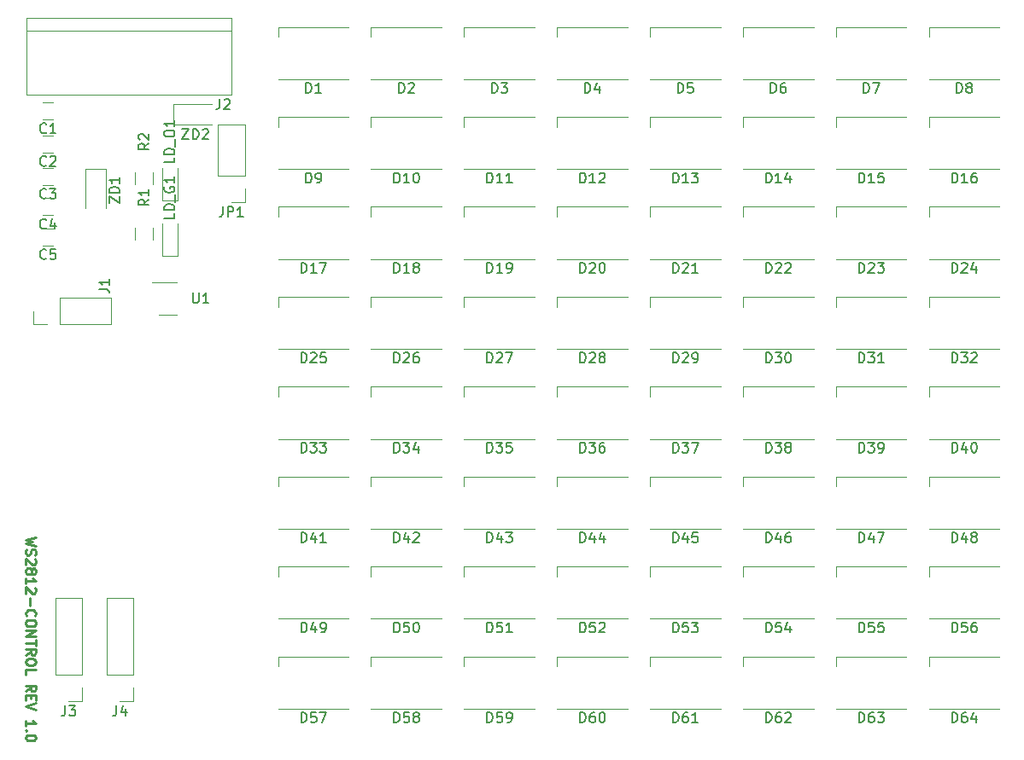
<source format=gbr>
G04 #@! TF.GenerationSoftware,KiCad,Pcbnew,5.0.0-fee4fd1~66~ubuntu18.04.1*
G04 #@! TF.CreationDate,2018-10-08T14:25:46+08:00*
G04 #@! TF.ProjectId,ws2812-stm32-interface,7773323831322D73746D33322D696E74,rev?*
G04 #@! TF.SameCoordinates,Original*
G04 #@! TF.FileFunction,Legend,Top*
G04 #@! TF.FilePolarity,Positive*
%FSLAX46Y46*%
G04 Gerber Fmt 4.6, Leading zero omitted, Abs format (unit mm)*
G04 Created by KiCad (PCBNEW 5.0.0-fee4fd1~66~ubuntu18.04.1) date Mon Oct  8 14:25:46 2018*
%MOMM*%
%LPD*%
G01*
G04 APERTURE LIST*
%ADD10C,0.250000*%
%ADD11C,0.120000*%
%ADD12C,0.150000*%
G04 APERTURE END LIST*
D10*
X16422619Y-68885357D02*
X15422619Y-69123452D01*
X16136904Y-69313928D01*
X15422619Y-69504404D01*
X16422619Y-69742500D01*
X15470238Y-70075833D02*
X15422619Y-70218690D01*
X15422619Y-70456785D01*
X15470238Y-70552023D01*
X15517857Y-70599642D01*
X15613095Y-70647261D01*
X15708333Y-70647261D01*
X15803571Y-70599642D01*
X15851190Y-70552023D01*
X15898809Y-70456785D01*
X15946428Y-70266309D01*
X15994047Y-70171071D01*
X16041666Y-70123452D01*
X16136904Y-70075833D01*
X16232142Y-70075833D01*
X16327380Y-70123452D01*
X16375000Y-70171071D01*
X16422619Y-70266309D01*
X16422619Y-70504404D01*
X16375000Y-70647261D01*
X16327380Y-71028214D02*
X16375000Y-71075833D01*
X16422619Y-71171071D01*
X16422619Y-71409166D01*
X16375000Y-71504404D01*
X16327380Y-71552023D01*
X16232142Y-71599642D01*
X16136904Y-71599642D01*
X15994047Y-71552023D01*
X15422619Y-70980595D01*
X15422619Y-71599642D01*
X15994047Y-72171071D02*
X16041666Y-72075833D01*
X16089285Y-72028214D01*
X16184523Y-71980595D01*
X16232142Y-71980595D01*
X16327380Y-72028214D01*
X16375000Y-72075833D01*
X16422619Y-72171071D01*
X16422619Y-72361547D01*
X16375000Y-72456785D01*
X16327380Y-72504404D01*
X16232142Y-72552023D01*
X16184523Y-72552023D01*
X16089285Y-72504404D01*
X16041666Y-72456785D01*
X15994047Y-72361547D01*
X15994047Y-72171071D01*
X15946428Y-72075833D01*
X15898809Y-72028214D01*
X15803571Y-71980595D01*
X15613095Y-71980595D01*
X15517857Y-72028214D01*
X15470238Y-72075833D01*
X15422619Y-72171071D01*
X15422619Y-72361547D01*
X15470238Y-72456785D01*
X15517857Y-72504404D01*
X15613095Y-72552023D01*
X15803571Y-72552023D01*
X15898809Y-72504404D01*
X15946428Y-72456785D01*
X15994047Y-72361547D01*
X15422619Y-73504404D02*
X15422619Y-72932976D01*
X15422619Y-73218690D02*
X16422619Y-73218690D01*
X16279761Y-73123452D01*
X16184523Y-73028214D01*
X16136904Y-72932976D01*
X16327380Y-73885357D02*
X16374999Y-73932976D01*
X16422619Y-74028214D01*
X16422619Y-74266309D01*
X16374999Y-74361547D01*
X16327380Y-74409166D01*
X16232142Y-74456785D01*
X16136904Y-74456785D01*
X15994047Y-74409166D01*
X15422619Y-73837738D01*
X15422619Y-74456785D01*
X15803571Y-74885357D02*
X15803571Y-75647261D01*
X15517857Y-76694880D02*
X15470238Y-76647261D01*
X15422619Y-76504404D01*
X15422619Y-76409166D01*
X15470238Y-76266309D01*
X15565476Y-76171071D01*
X15660714Y-76123452D01*
X15851190Y-76075833D01*
X15994047Y-76075833D01*
X16184523Y-76123452D01*
X16279761Y-76171071D01*
X16374999Y-76266309D01*
X16422619Y-76409166D01*
X16422619Y-76504404D01*
X16374999Y-76647261D01*
X16327380Y-76694880D01*
X16422619Y-77313928D02*
X16422619Y-77504404D01*
X16374999Y-77599642D01*
X16279761Y-77694880D01*
X16089285Y-77742500D01*
X15755952Y-77742500D01*
X15565476Y-77694880D01*
X15470238Y-77599642D01*
X15422619Y-77504404D01*
X15422619Y-77313928D01*
X15470238Y-77218690D01*
X15565476Y-77123452D01*
X15755952Y-77075833D01*
X16089285Y-77075833D01*
X16279761Y-77123452D01*
X16374999Y-77218690D01*
X16422619Y-77313928D01*
X15422619Y-78171071D02*
X16422619Y-78171071D01*
X15422619Y-78742500D01*
X16422619Y-78742500D01*
X16422619Y-79075833D02*
X16422619Y-79647261D01*
X15422619Y-79361547D02*
X16422619Y-79361547D01*
X15422619Y-80552023D02*
X15898809Y-80218690D01*
X15422619Y-79980595D02*
X16422619Y-79980595D01*
X16422619Y-80361547D01*
X16374999Y-80456785D01*
X16327380Y-80504404D01*
X16232142Y-80552023D01*
X16089285Y-80552023D01*
X15994047Y-80504404D01*
X15946428Y-80456785D01*
X15898809Y-80361547D01*
X15898809Y-79980595D01*
X16422619Y-81171071D02*
X16422619Y-81361547D01*
X16374999Y-81456785D01*
X16279761Y-81552023D01*
X16089285Y-81599642D01*
X15755952Y-81599642D01*
X15565476Y-81552023D01*
X15470238Y-81456785D01*
X15422619Y-81361547D01*
X15422619Y-81171071D01*
X15470238Y-81075833D01*
X15565476Y-80980595D01*
X15755952Y-80932976D01*
X16089285Y-80932976D01*
X16279761Y-80980595D01*
X16374999Y-81075833D01*
X16422619Y-81171071D01*
X15422619Y-82504404D02*
X15422619Y-82028214D01*
X16422619Y-82028214D01*
X15422619Y-84171071D02*
X15898809Y-83837738D01*
X15422619Y-83599642D02*
X16422619Y-83599642D01*
X16422619Y-83980595D01*
X16374999Y-84075833D01*
X16327380Y-84123452D01*
X16232142Y-84171071D01*
X16089285Y-84171071D01*
X15994047Y-84123452D01*
X15946428Y-84075833D01*
X15898809Y-83980595D01*
X15898809Y-83599642D01*
X15946428Y-84599642D02*
X15946428Y-84932976D01*
X15422619Y-85075833D02*
X15422619Y-84599642D01*
X16422619Y-84599642D01*
X16422619Y-85075833D01*
X16422619Y-85361547D02*
X15422619Y-85694880D01*
X16422619Y-86028214D01*
X15422619Y-87647261D02*
X15422619Y-87075833D01*
X15422619Y-87361547D02*
X16422619Y-87361547D01*
X16279761Y-87266309D01*
X16184523Y-87171071D01*
X16136904Y-87075833D01*
X15517857Y-88075833D02*
X15470238Y-88123452D01*
X15422619Y-88075833D01*
X15470238Y-88028214D01*
X15517857Y-88075833D01*
X15422619Y-88075833D01*
X16422619Y-88742500D02*
X16422619Y-88837738D01*
X16374999Y-88932976D01*
X16327380Y-88980595D01*
X16232142Y-89028214D01*
X16041666Y-89075833D01*
X15803571Y-89075833D01*
X15613095Y-89028214D01*
X15517857Y-88980595D01*
X15470238Y-88932976D01*
X15422619Y-88837738D01*
X15422619Y-88742500D01*
X15470238Y-88647261D01*
X15517857Y-88599642D01*
X15613095Y-88552023D01*
X15803571Y-88504404D01*
X16041666Y-88504404D01*
X16232142Y-88552023D01*
X16327380Y-88599642D01*
X16374999Y-88647261D01*
X16422619Y-88742500D01*
D11*
G04 #@! TO.C,LD_O1*
X30468000Y-32274000D02*
X30468000Y-35474000D01*
X28968000Y-35474000D02*
X28968000Y-32274000D01*
X28968000Y-35474000D02*
X30468000Y-35474000D01*
G04 #@! TO.C,JP1*
X37144000Y-35620000D02*
X35814000Y-35620000D01*
X37144000Y-34290000D02*
X37144000Y-35620000D01*
X37144000Y-33020000D02*
X34484000Y-33020000D01*
X34484000Y-33020000D02*
X34484000Y-27880000D01*
X37144000Y-33020000D02*
X37144000Y-27880000D01*
X37144000Y-27880000D02*
X34484000Y-27880000D01*
G04 #@! TO.C,J3*
X21015000Y-74870000D02*
X18355000Y-74870000D01*
X21015000Y-82550000D02*
X21015000Y-74870000D01*
X18355000Y-82550000D02*
X18355000Y-74870000D01*
X21015000Y-82550000D02*
X18355000Y-82550000D01*
X21015000Y-83820000D02*
X21015000Y-85150000D01*
X21015000Y-85150000D02*
X19685000Y-85150000D01*
G04 #@! TO.C,J4*
X26095000Y-85150000D02*
X24765000Y-85150000D01*
X26095000Y-83820000D02*
X26095000Y-85150000D01*
X26095000Y-82550000D02*
X23435000Y-82550000D01*
X23435000Y-82550000D02*
X23435000Y-74870000D01*
X26095000Y-82550000D02*
X26095000Y-74870000D01*
X26095000Y-74870000D02*
X23435000Y-74870000D01*
G04 #@! TO.C,D7*
X102741426Y-23428000D02*
X95741426Y-23428000D01*
X102741426Y-18228000D02*
X95741426Y-18228000D01*
X95741426Y-18228000D02*
X95741426Y-19228000D01*
G04 #@! TO.C,D23*
X102741426Y-41280570D02*
X95741426Y-41280570D01*
X102741426Y-36080570D02*
X95741426Y-36080570D01*
X95741426Y-36080570D02*
X95741426Y-37080570D01*
G04 #@! TO.C,D2*
X49658571Y-18228000D02*
X49658571Y-19228000D01*
X56658571Y-18228000D02*
X49658571Y-18228000D01*
X56658571Y-23428000D02*
X49658571Y-23428000D01*
G04 #@! TO.C,D17*
X47442000Y-41280570D02*
X40442000Y-41280570D01*
X47442000Y-36080570D02*
X40442000Y-36080570D01*
X40442000Y-36080570D02*
X40442000Y-37080570D01*
G04 #@! TO.C,D18*
X49658571Y-36080570D02*
X49658571Y-37080570D01*
X56658571Y-36080570D02*
X49658571Y-36080570D01*
X56658571Y-41280570D02*
X49658571Y-41280570D01*
G04 #@! TO.C,D19*
X65875142Y-41280570D02*
X58875142Y-41280570D01*
X65875142Y-36080570D02*
X58875142Y-36080570D01*
X58875142Y-36080570D02*
X58875142Y-37080570D01*
G04 #@! TO.C,D20*
X68091713Y-36080570D02*
X68091713Y-37080570D01*
X75091713Y-36080570D02*
X68091713Y-36080570D01*
X75091713Y-41280570D02*
X68091713Y-41280570D01*
G04 #@! TO.C,D21*
X84308284Y-41280570D02*
X77308284Y-41280570D01*
X84308284Y-36080570D02*
X77308284Y-36080570D01*
X77308284Y-36080570D02*
X77308284Y-37080570D01*
G04 #@! TO.C,D22*
X86524855Y-36080570D02*
X86524855Y-37080570D01*
X93524855Y-36080570D02*
X86524855Y-36080570D01*
X93524855Y-41280570D02*
X86524855Y-41280570D01*
G04 #@! TO.C,D24*
X111958000Y-41280570D02*
X104958000Y-41280570D01*
X111958000Y-36080570D02*
X104958000Y-36080570D01*
X104958000Y-36080570D02*
X104958000Y-37080570D01*
G04 #@! TO.C,D25*
X40442000Y-45006855D02*
X40442000Y-46006855D01*
X47442000Y-45006855D02*
X40442000Y-45006855D01*
X47442000Y-50206855D02*
X40442000Y-50206855D01*
G04 #@! TO.C,D26*
X56658571Y-50206855D02*
X49658571Y-50206855D01*
X56658571Y-45006855D02*
X49658571Y-45006855D01*
X49658571Y-45006855D02*
X49658571Y-46006855D01*
G04 #@! TO.C,D27*
X58875142Y-45006855D02*
X58875142Y-46006855D01*
X65875142Y-45006855D02*
X58875142Y-45006855D01*
X65875142Y-50206855D02*
X58875142Y-50206855D01*
G04 #@! TO.C,D28*
X75091713Y-50206855D02*
X68091713Y-50206855D01*
X75091713Y-45006855D02*
X68091713Y-45006855D01*
X68091713Y-45006855D02*
X68091713Y-46006855D01*
G04 #@! TO.C,D29*
X77308284Y-45006855D02*
X77308284Y-46006855D01*
X84308284Y-45006855D02*
X77308284Y-45006855D01*
X84308284Y-50206855D02*
X77308284Y-50206855D01*
G04 #@! TO.C,D32*
X111958000Y-50206855D02*
X104958000Y-50206855D01*
X111958000Y-45006855D02*
X104958000Y-45006855D01*
X104958000Y-45006855D02*
X104958000Y-46006855D01*
G04 #@! TO.C,D15*
X95741426Y-27154285D02*
X95741426Y-28154285D01*
X102741426Y-27154285D02*
X95741426Y-27154285D01*
X102741426Y-32354285D02*
X95741426Y-32354285D01*
G04 #@! TO.C,D16*
X111958000Y-32354285D02*
X104958000Y-32354285D01*
X111958000Y-27154285D02*
X104958000Y-27154285D01*
X104958000Y-27154285D02*
X104958000Y-28154285D01*
G04 #@! TO.C,D1*
X40442000Y-18228000D02*
X40442000Y-19228000D01*
X47442000Y-18228000D02*
X40442000Y-18228000D01*
X47442000Y-23428000D02*
X40442000Y-23428000D01*
G04 #@! TO.C,D3*
X65875142Y-23428000D02*
X58875142Y-23428000D01*
X65875142Y-18228000D02*
X58875142Y-18228000D01*
X58875142Y-18228000D02*
X58875142Y-19228000D01*
G04 #@! TO.C,D4*
X68091713Y-18228000D02*
X68091713Y-19228000D01*
X75091713Y-18228000D02*
X68091713Y-18228000D01*
X75091713Y-23428000D02*
X68091713Y-23428000D01*
G04 #@! TO.C,D5*
X84308284Y-23428000D02*
X77308284Y-23428000D01*
X84308284Y-18228000D02*
X77308284Y-18228000D01*
X77308284Y-18228000D02*
X77308284Y-19228000D01*
G04 #@! TO.C,D6*
X86524855Y-18228000D02*
X86524855Y-19228000D01*
X93524855Y-18228000D02*
X86524855Y-18228000D01*
X93524855Y-23428000D02*
X86524855Y-23428000D01*
G04 #@! TO.C,D8*
X104958000Y-18228000D02*
X104958000Y-19228000D01*
X111958000Y-18228000D02*
X104958000Y-18228000D01*
X111958000Y-23428000D02*
X104958000Y-23428000D01*
G04 #@! TO.C,D9*
X47442000Y-32354285D02*
X40442000Y-32354285D01*
X47442000Y-27154285D02*
X40442000Y-27154285D01*
X40442000Y-27154285D02*
X40442000Y-28154285D01*
G04 #@! TO.C,D10*
X49658571Y-27154285D02*
X49658571Y-28154285D01*
X56658571Y-27154285D02*
X49658571Y-27154285D01*
X56658571Y-32354285D02*
X49658571Y-32354285D01*
G04 #@! TO.C,D11*
X65875142Y-32354285D02*
X58875142Y-32354285D01*
X65875142Y-27154285D02*
X58875142Y-27154285D01*
X58875142Y-27154285D02*
X58875142Y-28154285D01*
G04 #@! TO.C,D12*
X68091713Y-27154285D02*
X68091713Y-28154285D01*
X75091713Y-27154285D02*
X68091713Y-27154285D01*
X75091713Y-32354285D02*
X68091713Y-32354285D01*
G04 #@! TO.C,D13*
X84308284Y-32354285D02*
X77308284Y-32354285D01*
X84308284Y-27154285D02*
X77308284Y-27154285D01*
X77308284Y-27154285D02*
X77308284Y-28154285D01*
G04 #@! TO.C,D64*
X104958000Y-80712000D02*
X104958000Y-81712000D01*
X111958000Y-80712000D02*
X104958000Y-80712000D01*
X111958000Y-85912000D02*
X104958000Y-85912000D01*
G04 #@! TO.C,D14*
X93524855Y-32354285D02*
X86524855Y-32354285D01*
X93524855Y-27154285D02*
X86524855Y-27154285D01*
X86524855Y-27154285D02*
X86524855Y-28154285D01*
G04 #@! TO.C,D30*
X86524855Y-45006855D02*
X86524855Y-46006855D01*
X93524855Y-45006855D02*
X86524855Y-45006855D01*
X93524855Y-50206855D02*
X86524855Y-50206855D01*
G04 #@! TO.C,D55*
X95741426Y-71785710D02*
X95741426Y-72785710D01*
X102741426Y-71785710D02*
X95741426Y-71785710D01*
X102741426Y-76985710D02*
X95741426Y-76985710D01*
G04 #@! TO.C,D34*
X49658571Y-53933140D02*
X49658571Y-54933140D01*
X56658571Y-53933140D02*
X49658571Y-53933140D01*
X56658571Y-59133140D02*
X49658571Y-59133140D01*
G04 #@! TO.C,D49*
X40442000Y-71785710D02*
X40442000Y-72785710D01*
X47442000Y-71785710D02*
X40442000Y-71785710D01*
X47442000Y-76985710D02*
X40442000Y-76985710D01*
G04 #@! TO.C,D50*
X56658571Y-76985710D02*
X49658571Y-76985710D01*
X56658571Y-71785710D02*
X49658571Y-71785710D01*
X49658571Y-71785710D02*
X49658571Y-72785710D01*
G04 #@! TO.C,D51*
X58875142Y-71785710D02*
X58875142Y-72785710D01*
X65875142Y-71785710D02*
X58875142Y-71785710D01*
X65875142Y-76985710D02*
X58875142Y-76985710D01*
G04 #@! TO.C,D52*
X75091713Y-76985710D02*
X68091713Y-76985710D01*
X75091713Y-71785710D02*
X68091713Y-71785710D01*
X68091713Y-71785710D02*
X68091713Y-72785710D01*
G04 #@! TO.C,D53*
X77308284Y-71785710D02*
X77308284Y-72785710D01*
X84308284Y-71785710D02*
X77308284Y-71785710D01*
X84308284Y-76985710D02*
X77308284Y-76985710D01*
G04 #@! TO.C,D54*
X93524855Y-76985710D02*
X86524855Y-76985710D01*
X93524855Y-71785710D02*
X86524855Y-71785710D01*
X86524855Y-71785710D02*
X86524855Y-72785710D01*
G04 #@! TO.C,D56*
X104958000Y-71785710D02*
X104958000Y-72785710D01*
X111958000Y-71785710D02*
X104958000Y-71785710D01*
X111958000Y-76985710D02*
X104958000Y-76985710D01*
G04 #@! TO.C,D57*
X40442000Y-80712000D02*
X40442000Y-81712000D01*
X47442000Y-80712000D02*
X40442000Y-80712000D01*
X47442000Y-85912000D02*
X40442000Y-85912000D01*
G04 #@! TO.C,D58*
X56658571Y-85912000D02*
X49658571Y-85912000D01*
X56658571Y-80712000D02*
X49658571Y-80712000D01*
X49658571Y-80712000D02*
X49658571Y-81712000D01*
G04 #@! TO.C,D59*
X58875142Y-80712000D02*
X58875142Y-81712000D01*
X65875142Y-80712000D02*
X58875142Y-80712000D01*
X65875142Y-85912000D02*
X58875142Y-85912000D01*
G04 #@! TO.C,D60*
X75091713Y-85912000D02*
X68091713Y-85912000D01*
X75091713Y-80712000D02*
X68091713Y-80712000D01*
X68091713Y-80712000D02*
X68091713Y-81712000D01*
G04 #@! TO.C,D61*
X77308284Y-80712000D02*
X77308284Y-81712000D01*
X84308284Y-80712000D02*
X77308284Y-80712000D01*
X84308284Y-85912000D02*
X77308284Y-85912000D01*
G04 #@! TO.C,D63*
X102741426Y-85912000D02*
X95741426Y-85912000D01*
X102741426Y-80712000D02*
X95741426Y-80712000D01*
X95741426Y-80712000D02*
X95741426Y-81712000D01*
G04 #@! TO.C,D31*
X95741426Y-45006855D02*
X95741426Y-46006855D01*
X102741426Y-45006855D02*
X95741426Y-45006855D01*
X102741426Y-50206855D02*
X95741426Y-50206855D01*
G04 #@! TO.C,D47*
X95741426Y-62859425D02*
X95741426Y-63859425D01*
X102741426Y-62859425D02*
X95741426Y-62859425D01*
X102741426Y-68059425D02*
X95741426Y-68059425D01*
G04 #@! TO.C,D48*
X104958000Y-62859425D02*
X104958000Y-63859425D01*
X111958000Y-62859425D02*
X104958000Y-62859425D01*
X111958000Y-68059425D02*
X104958000Y-68059425D01*
G04 #@! TO.C,D33*
X47442000Y-59133140D02*
X40442000Y-59133140D01*
X47442000Y-53933140D02*
X40442000Y-53933140D01*
X40442000Y-53933140D02*
X40442000Y-54933140D01*
G04 #@! TO.C,D46*
X86524855Y-62859425D02*
X86524855Y-63859425D01*
X93524855Y-62859425D02*
X86524855Y-62859425D01*
X93524855Y-68059425D02*
X86524855Y-68059425D01*
G04 #@! TO.C,D45*
X84308284Y-68059425D02*
X77308284Y-68059425D01*
X84308284Y-62859425D02*
X77308284Y-62859425D01*
X77308284Y-62859425D02*
X77308284Y-63859425D01*
G04 #@! TO.C,D44*
X68091713Y-62859425D02*
X68091713Y-63859425D01*
X75091713Y-62859425D02*
X68091713Y-62859425D01*
X75091713Y-68059425D02*
X68091713Y-68059425D01*
G04 #@! TO.C,D43*
X65875142Y-68059425D02*
X58875142Y-68059425D01*
X65875142Y-62859425D02*
X58875142Y-62859425D01*
X58875142Y-62859425D02*
X58875142Y-63859425D01*
G04 #@! TO.C,D42*
X49658571Y-62859425D02*
X49658571Y-63859425D01*
X56658571Y-62859425D02*
X49658571Y-62859425D01*
X56658571Y-68059425D02*
X49658571Y-68059425D01*
G04 #@! TO.C,D41*
X47442000Y-68059425D02*
X40442000Y-68059425D01*
X47442000Y-62859425D02*
X40442000Y-62859425D01*
X40442000Y-62859425D02*
X40442000Y-63859425D01*
G04 #@! TO.C,D40*
X104958000Y-53933140D02*
X104958000Y-54933140D01*
X111958000Y-53933140D02*
X104958000Y-53933140D01*
X111958000Y-59133140D02*
X104958000Y-59133140D01*
G04 #@! TO.C,D39*
X102741426Y-59133140D02*
X95741426Y-59133140D01*
X102741426Y-53933140D02*
X95741426Y-53933140D01*
X95741426Y-53933140D02*
X95741426Y-54933140D01*
G04 #@! TO.C,D38*
X86524855Y-53933140D02*
X86524855Y-54933140D01*
X93524855Y-53933140D02*
X86524855Y-53933140D01*
X93524855Y-59133140D02*
X86524855Y-59133140D01*
G04 #@! TO.C,D37*
X84308284Y-59133140D02*
X77308284Y-59133140D01*
X84308284Y-53933140D02*
X77308284Y-53933140D01*
X77308284Y-53933140D02*
X77308284Y-54933140D01*
G04 #@! TO.C,D36*
X68091713Y-53933140D02*
X68091713Y-54933140D01*
X75091713Y-53933140D02*
X68091713Y-53933140D01*
X75091713Y-59133140D02*
X68091713Y-59133140D01*
G04 #@! TO.C,D62*
X93524855Y-85912000D02*
X86524855Y-85912000D01*
X93524855Y-80712000D02*
X86524855Y-80712000D01*
X86524855Y-80712000D02*
X86524855Y-81712000D01*
G04 #@! TO.C,D35*
X58875142Y-53933140D02*
X58875142Y-54933140D01*
X65875142Y-53933140D02*
X58875142Y-53933140D01*
X65875142Y-59133140D02*
X58875142Y-59133140D01*
G04 #@! TO.C,J2*
X35800760Y-17364571D02*
X15480760Y-17364571D01*
X35800760Y-24984571D02*
X15480760Y-24984571D01*
X15480760Y-18634571D02*
X35800760Y-18634571D01*
X15480760Y-17364571D02*
X15480760Y-24984571D01*
X35800760Y-24984571D02*
X35800760Y-17364571D01*
G04 #@! TO.C,C5*
X18123328Y-38236869D02*
X17123328Y-38236869D01*
X17123328Y-39936869D02*
X18123328Y-39936869D01*
G04 #@! TO.C,C4*
X17123328Y-36936869D02*
X18123328Y-36936869D01*
X18123328Y-35236869D02*
X17123328Y-35236869D01*
G04 #@! TO.C,C3*
X18123328Y-32236869D02*
X17123328Y-32236869D01*
X17123328Y-33936869D02*
X18123328Y-33936869D01*
G04 #@! TO.C,C2*
X17123328Y-30686869D02*
X18123328Y-30686869D01*
X18123328Y-28986869D02*
X17123328Y-28986869D01*
G04 #@! TO.C,C1*
X18123328Y-25736869D02*
X17123328Y-25736869D01*
X17123328Y-27436869D02*
X18123328Y-27436869D01*
G04 #@! TO.C,ZD2*
X30060760Y-25924571D02*
X30060760Y-27924571D01*
X30060760Y-27924571D02*
X33910760Y-27924571D01*
X30060760Y-25924571D02*
X33910760Y-25924571D01*
G04 #@! TO.C,ZD1*
X23352000Y-32344000D02*
X23352000Y-36194000D01*
X21352000Y-32344000D02*
X21352000Y-36194000D01*
X23352000Y-32344000D02*
X21352000Y-32344000D01*
G04 #@! TO.C,LD_G1*
X28968000Y-40982000D02*
X30468000Y-40982000D01*
X28968000Y-40982000D02*
X28968000Y-37782000D01*
X30468000Y-37782000D02*
X30468000Y-40982000D01*
G04 #@! TO.C,R2*
X28058000Y-32674000D02*
X28058000Y-33874000D01*
X26298000Y-33874000D02*
X26298000Y-32674000D01*
G04 #@! TO.C,R1*
X26298000Y-39382000D02*
X26298000Y-38182000D01*
X28058000Y-38182000D02*
X28058000Y-39382000D01*
G04 #@! TO.C,U1*
X30410760Y-43564571D02*
X27960760Y-43564571D01*
X28610760Y-46784571D02*
X30410760Y-46784571D01*
G04 #@! TO.C,J1*
X16180760Y-47754571D02*
X16180760Y-46424571D01*
X17510760Y-47754571D02*
X16180760Y-47754571D01*
X18780760Y-47754571D02*
X18780760Y-45094571D01*
X18780760Y-45094571D02*
X23920760Y-45094571D01*
X18780760Y-47754571D02*
X23920760Y-47754571D01*
X23920760Y-47754571D02*
X23920760Y-45094571D01*
G04 #@! TO.C,LD_O1*
D12*
X30170380Y-31195428D02*
X30170380Y-31671619D01*
X29170380Y-31671619D01*
X30170380Y-30862095D02*
X29170380Y-30862095D01*
X29170380Y-30623999D01*
X29218000Y-30481142D01*
X29313238Y-30385904D01*
X29408476Y-30338285D01*
X29598952Y-30290666D01*
X29741809Y-30290666D01*
X29932285Y-30338285D01*
X30027523Y-30385904D01*
X30122761Y-30481142D01*
X30170380Y-30623999D01*
X30170380Y-30862095D01*
X30265619Y-30100190D02*
X30265619Y-29338285D01*
X29170380Y-28909714D02*
X29170380Y-28719238D01*
X29218000Y-28624000D01*
X29313238Y-28528761D01*
X29503714Y-28481142D01*
X29837047Y-28481142D01*
X30027523Y-28528761D01*
X30122761Y-28624000D01*
X30170380Y-28719238D01*
X30170380Y-28909714D01*
X30122761Y-29004952D01*
X30027523Y-29100190D01*
X29837047Y-29147809D01*
X29503714Y-29147809D01*
X29313238Y-29100190D01*
X29218000Y-29004952D01*
X29170380Y-28909714D01*
X30170380Y-27528761D02*
X30170380Y-28100190D01*
X30170380Y-27814476D02*
X29170380Y-27814476D01*
X29313238Y-27909714D01*
X29408476Y-28004952D01*
X29456095Y-28100190D01*
G04 #@! TO.C,JP1*
X34980666Y-36072380D02*
X34980666Y-36786666D01*
X34933047Y-36929523D01*
X34837809Y-37024761D01*
X34694952Y-37072380D01*
X34599714Y-37072380D01*
X35456857Y-37072380D02*
X35456857Y-36072380D01*
X35837809Y-36072380D01*
X35933047Y-36120000D01*
X35980666Y-36167619D01*
X36028285Y-36262857D01*
X36028285Y-36405714D01*
X35980666Y-36500952D01*
X35933047Y-36548571D01*
X35837809Y-36596190D01*
X35456857Y-36596190D01*
X36980666Y-37072380D02*
X36409238Y-37072380D01*
X36694952Y-37072380D02*
X36694952Y-36072380D01*
X36599714Y-36215238D01*
X36504476Y-36310476D01*
X36409238Y-36358095D01*
G04 #@! TO.C,J3*
X19351666Y-85602380D02*
X19351666Y-86316666D01*
X19304047Y-86459523D01*
X19208809Y-86554761D01*
X19065952Y-86602380D01*
X18970714Y-86602380D01*
X19732619Y-85602380D02*
X20351666Y-85602380D01*
X20018333Y-85983333D01*
X20161190Y-85983333D01*
X20256428Y-86030952D01*
X20304047Y-86078571D01*
X20351666Y-86173809D01*
X20351666Y-86411904D01*
X20304047Y-86507142D01*
X20256428Y-86554761D01*
X20161190Y-86602380D01*
X19875476Y-86602380D01*
X19780238Y-86554761D01*
X19732619Y-86507142D01*
G04 #@! TO.C,J4*
X24431666Y-85602380D02*
X24431666Y-86316666D01*
X24384047Y-86459523D01*
X24288809Y-86554761D01*
X24145952Y-86602380D01*
X24050714Y-86602380D01*
X25336428Y-85935714D02*
X25336428Y-86602380D01*
X25098333Y-85554761D02*
X24860238Y-86269047D01*
X25479285Y-86269047D01*
G04 #@! TO.C,D7*
X98503330Y-24780380D02*
X98503330Y-23780380D01*
X98741426Y-23780380D01*
X98884283Y-23828000D01*
X98979521Y-23923238D01*
X99027140Y-24018476D01*
X99074759Y-24208952D01*
X99074759Y-24351809D01*
X99027140Y-24542285D01*
X98979521Y-24637523D01*
X98884283Y-24732761D01*
X98741426Y-24780380D01*
X98503330Y-24780380D01*
X99408092Y-23780380D02*
X100074759Y-23780380D01*
X99646187Y-24780380D01*
G04 #@! TO.C,D23*
X98027140Y-42632950D02*
X98027140Y-41632950D01*
X98265235Y-41632950D01*
X98408092Y-41680570D01*
X98503330Y-41775808D01*
X98550949Y-41871046D01*
X98598568Y-42061522D01*
X98598568Y-42204379D01*
X98550949Y-42394855D01*
X98503330Y-42490093D01*
X98408092Y-42585331D01*
X98265235Y-42632950D01*
X98027140Y-42632950D01*
X98979521Y-41728189D02*
X99027140Y-41680570D01*
X99122378Y-41632950D01*
X99360473Y-41632950D01*
X99455711Y-41680570D01*
X99503330Y-41728189D01*
X99550949Y-41823427D01*
X99550949Y-41918665D01*
X99503330Y-42061522D01*
X98931902Y-42632950D01*
X99550949Y-42632950D01*
X99884283Y-41632950D02*
X100503330Y-41632950D01*
X100169997Y-42013903D01*
X100312854Y-42013903D01*
X100408092Y-42061522D01*
X100455711Y-42109141D01*
X100503330Y-42204379D01*
X100503330Y-42442474D01*
X100455711Y-42537712D01*
X100408092Y-42585331D01*
X100312854Y-42632950D01*
X100027140Y-42632950D01*
X99931902Y-42585331D01*
X99884283Y-42537712D01*
G04 #@! TO.C,D2*
X52420475Y-24780380D02*
X52420475Y-23780380D01*
X52658571Y-23780380D01*
X52801428Y-23828000D01*
X52896666Y-23923238D01*
X52944285Y-24018476D01*
X52991904Y-24208952D01*
X52991904Y-24351809D01*
X52944285Y-24542285D01*
X52896666Y-24637523D01*
X52801428Y-24732761D01*
X52658571Y-24780380D01*
X52420475Y-24780380D01*
X53372856Y-23875619D02*
X53420475Y-23828000D01*
X53515713Y-23780380D01*
X53753809Y-23780380D01*
X53849047Y-23828000D01*
X53896666Y-23875619D01*
X53944285Y-23970857D01*
X53944285Y-24066095D01*
X53896666Y-24208952D01*
X53325237Y-24780380D01*
X53944285Y-24780380D01*
G04 #@! TO.C,D17*
X42727714Y-42632950D02*
X42727714Y-41632950D01*
X42965809Y-41632950D01*
X43108666Y-41680570D01*
X43203904Y-41775808D01*
X43251523Y-41871046D01*
X43299142Y-42061522D01*
X43299142Y-42204379D01*
X43251523Y-42394855D01*
X43203904Y-42490093D01*
X43108666Y-42585331D01*
X42965809Y-42632950D01*
X42727714Y-42632950D01*
X44251523Y-42632950D02*
X43680095Y-42632950D01*
X43965809Y-42632950D02*
X43965809Y-41632950D01*
X43870571Y-41775808D01*
X43775333Y-41871046D01*
X43680095Y-41918665D01*
X44584857Y-41632950D02*
X45251523Y-41632950D01*
X44822952Y-42632950D01*
G04 #@! TO.C,D18*
X51944285Y-42632950D02*
X51944285Y-41632950D01*
X52182380Y-41632950D01*
X52325237Y-41680570D01*
X52420475Y-41775808D01*
X52468094Y-41871046D01*
X52515713Y-42061522D01*
X52515713Y-42204379D01*
X52468094Y-42394855D01*
X52420475Y-42490093D01*
X52325237Y-42585331D01*
X52182380Y-42632950D01*
X51944285Y-42632950D01*
X53468094Y-42632950D02*
X52896666Y-42632950D01*
X53182380Y-42632950D02*
X53182380Y-41632950D01*
X53087142Y-41775808D01*
X52991904Y-41871046D01*
X52896666Y-41918665D01*
X54039523Y-42061522D02*
X53944285Y-42013903D01*
X53896666Y-41966284D01*
X53849047Y-41871046D01*
X53849047Y-41823427D01*
X53896666Y-41728189D01*
X53944285Y-41680570D01*
X54039523Y-41632950D01*
X54229999Y-41632950D01*
X54325237Y-41680570D01*
X54372856Y-41728189D01*
X54420475Y-41823427D01*
X54420475Y-41871046D01*
X54372856Y-41966284D01*
X54325237Y-42013903D01*
X54229999Y-42061522D01*
X54039523Y-42061522D01*
X53944285Y-42109141D01*
X53896666Y-42156760D01*
X53849047Y-42251998D01*
X53849047Y-42442474D01*
X53896666Y-42537712D01*
X53944285Y-42585331D01*
X54039523Y-42632950D01*
X54229999Y-42632950D01*
X54325237Y-42585331D01*
X54372856Y-42537712D01*
X54420475Y-42442474D01*
X54420475Y-42251998D01*
X54372856Y-42156760D01*
X54325237Y-42109141D01*
X54229999Y-42061522D01*
G04 #@! TO.C,D19*
X61160856Y-42632950D02*
X61160856Y-41632950D01*
X61398951Y-41632950D01*
X61541808Y-41680570D01*
X61637046Y-41775808D01*
X61684665Y-41871046D01*
X61732284Y-42061522D01*
X61732284Y-42204379D01*
X61684665Y-42394855D01*
X61637046Y-42490093D01*
X61541808Y-42585331D01*
X61398951Y-42632950D01*
X61160856Y-42632950D01*
X62684665Y-42632950D02*
X62113237Y-42632950D01*
X62398951Y-42632950D02*
X62398951Y-41632950D01*
X62303713Y-41775808D01*
X62208475Y-41871046D01*
X62113237Y-41918665D01*
X63160856Y-42632950D02*
X63351332Y-42632950D01*
X63446570Y-42585331D01*
X63494189Y-42537712D01*
X63589427Y-42394855D01*
X63637046Y-42204379D01*
X63637046Y-41823427D01*
X63589427Y-41728189D01*
X63541808Y-41680570D01*
X63446570Y-41632950D01*
X63256094Y-41632950D01*
X63160856Y-41680570D01*
X63113237Y-41728189D01*
X63065618Y-41823427D01*
X63065618Y-42061522D01*
X63113237Y-42156760D01*
X63160856Y-42204379D01*
X63256094Y-42251998D01*
X63446570Y-42251998D01*
X63541808Y-42204379D01*
X63589427Y-42156760D01*
X63637046Y-42061522D01*
G04 #@! TO.C,D20*
X70377427Y-42632950D02*
X70377427Y-41632950D01*
X70615522Y-41632950D01*
X70758379Y-41680570D01*
X70853617Y-41775808D01*
X70901236Y-41871046D01*
X70948855Y-42061522D01*
X70948855Y-42204379D01*
X70901236Y-42394855D01*
X70853617Y-42490093D01*
X70758379Y-42585331D01*
X70615522Y-42632950D01*
X70377427Y-42632950D01*
X71329808Y-41728189D02*
X71377427Y-41680570D01*
X71472665Y-41632950D01*
X71710760Y-41632950D01*
X71805998Y-41680570D01*
X71853617Y-41728189D01*
X71901236Y-41823427D01*
X71901236Y-41918665D01*
X71853617Y-42061522D01*
X71282189Y-42632950D01*
X71901236Y-42632950D01*
X72520284Y-41632950D02*
X72615522Y-41632950D01*
X72710760Y-41680570D01*
X72758379Y-41728189D01*
X72805998Y-41823427D01*
X72853617Y-42013903D01*
X72853617Y-42251998D01*
X72805998Y-42442474D01*
X72758379Y-42537712D01*
X72710760Y-42585331D01*
X72615522Y-42632950D01*
X72520284Y-42632950D01*
X72425046Y-42585331D01*
X72377427Y-42537712D01*
X72329808Y-42442474D01*
X72282189Y-42251998D01*
X72282189Y-42013903D01*
X72329808Y-41823427D01*
X72377427Y-41728189D01*
X72425046Y-41680570D01*
X72520284Y-41632950D01*
G04 #@! TO.C,D21*
X79593998Y-42632950D02*
X79593998Y-41632950D01*
X79832093Y-41632950D01*
X79974950Y-41680570D01*
X80070188Y-41775808D01*
X80117807Y-41871046D01*
X80165426Y-42061522D01*
X80165426Y-42204379D01*
X80117807Y-42394855D01*
X80070188Y-42490093D01*
X79974950Y-42585331D01*
X79832093Y-42632950D01*
X79593998Y-42632950D01*
X80546379Y-41728189D02*
X80593998Y-41680570D01*
X80689236Y-41632950D01*
X80927331Y-41632950D01*
X81022569Y-41680570D01*
X81070188Y-41728189D01*
X81117807Y-41823427D01*
X81117807Y-41918665D01*
X81070188Y-42061522D01*
X80498760Y-42632950D01*
X81117807Y-42632950D01*
X82070188Y-42632950D02*
X81498760Y-42632950D01*
X81784474Y-42632950D02*
X81784474Y-41632950D01*
X81689236Y-41775808D01*
X81593998Y-41871046D01*
X81498760Y-41918665D01*
G04 #@! TO.C,D22*
X88810569Y-42632950D02*
X88810569Y-41632950D01*
X89048664Y-41632950D01*
X89191521Y-41680570D01*
X89286759Y-41775808D01*
X89334378Y-41871046D01*
X89381997Y-42061522D01*
X89381997Y-42204379D01*
X89334378Y-42394855D01*
X89286759Y-42490093D01*
X89191521Y-42585331D01*
X89048664Y-42632950D01*
X88810569Y-42632950D01*
X89762950Y-41728189D02*
X89810569Y-41680570D01*
X89905807Y-41632950D01*
X90143902Y-41632950D01*
X90239140Y-41680570D01*
X90286759Y-41728189D01*
X90334378Y-41823427D01*
X90334378Y-41918665D01*
X90286759Y-42061522D01*
X89715331Y-42632950D01*
X90334378Y-42632950D01*
X90715331Y-41728189D02*
X90762950Y-41680570D01*
X90858188Y-41632950D01*
X91096283Y-41632950D01*
X91191521Y-41680570D01*
X91239140Y-41728189D01*
X91286759Y-41823427D01*
X91286759Y-41918665D01*
X91239140Y-42061522D01*
X90667712Y-42632950D01*
X91286759Y-42632950D01*
G04 #@! TO.C,D24*
X107243714Y-42632950D02*
X107243714Y-41632950D01*
X107481809Y-41632950D01*
X107624666Y-41680570D01*
X107719904Y-41775808D01*
X107767523Y-41871046D01*
X107815142Y-42061522D01*
X107815142Y-42204379D01*
X107767523Y-42394855D01*
X107719904Y-42490093D01*
X107624666Y-42585331D01*
X107481809Y-42632950D01*
X107243714Y-42632950D01*
X108196095Y-41728189D02*
X108243714Y-41680570D01*
X108338952Y-41632950D01*
X108577047Y-41632950D01*
X108672285Y-41680570D01*
X108719904Y-41728189D01*
X108767523Y-41823427D01*
X108767523Y-41918665D01*
X108719904Y-42061522D01*
X108148476Y-42632950D01*
X108767523Y-42632950D01*
X109624666Y-41966284D02*
X109624666Y-42632950D01*
X109386571Y-41585331D02*
X109148476Y-42299617D01*
X109767523Y-42299617D01*
G04 #@! TO.C,D25*
X42727714Y-51559235D02*
X42727714Y-50559235D01*
X42965809Y-50559235D01*
X43108666Y-50606855D01*
X43203904Y-50702093D01*
X43251523Y-50797331D01*
X43299142Y-50987807D01*
X43299142Y-51130664D01*
X43251523Y-51321140D01*
X43203904Y-51416378D01*
X43108666Y-51511616D01*
X42965809Y-51559235D01*
X42727714Y-51559235D01*
X43680095Y-50654474D02*
X43727714Y-50606855D01*
X43822952Y-50559235D01*
X44061047Y-50559235D01*
X44156285Y-50606855D01*
X44203904Y-50654474D01*
X44251523Y-50749712D01*
X44251523Y-50844950D01*
X44203904Y-50987807D01*
X43632476Y-51559235D01*
X44251523Y-51559235D01*
X45156285Y-50559235D02*
X44680095Y-50559235D01*
X44632476Y-51035426D01*
X44680095Y-50987807D01*
X44775333Y-50940188D01*
X45013428Y-50940188D01*
X45108666Y-50987807D01*
X45156285Y-51035426D01*
X45203904Y-51130664D01*
X45203904Y-51368759D01*
X45156285Y-51463997D01*
X45108666Y-51511616D01*
X45013428Y-51559235D01*
X44775333Y-51559235D01*
X44680095Y-51511616D01*
X44632476Y-51463997D01*
G04 #@! TO.C,D26*
X51944285Y-51559235D02*
X51944285Y-50559235D01*
X52182380Y-50559235D01*
X52325237Y-50606855D01*
X52420475Y-50702093D01*
X52468094Y-50797331D01*
X52515713Y-50987807D01*
X52515713Y-51130664D01*
X52468094Y-51321140D01*
X52420475Y-51416378D01*
X52325237Y-51511616D01*
X52182380Y-51559235D01*
X51944285Y-51559235D01*
X52896666Y-50654474D02*
X52944285Y-50606855D01*
X53039523Y-50559235D01*
X53277618Y-50559235D01*
X53372856Y-50606855D01*
X53420475Y-50654474D01*
X53468094Y-50749712D01*
X53468094Y-50844950D01*
X53420475Y-50987807D01*
X52849047Y-51559235D01*
X53468094Y-51559235D01*
X54325237Y-50559235D02*
X54134761Y-50559235D01*
X54039523Y-50606855D01*
X53991904Y-50654474D01*
X53896666Y-50797331D01*
X53849047Y-50987807D01*
X53849047Y-51368759D01*
X53896666Y-51463997D01*
X53944285Y-51511616D01*
X54039523Y-51559235D01*
X54229999Y-51559235D01*
X54325237Y-51511616D01*
X54372856Y-51463997D01*
X54420475Y-51368759D01*
X54420475Y-51130664D01*
X54372856Y-51035426D01*
X54325237Y-50987807D01*
X54229999Y-50940188D01*
X54039523Y-50940188D01*
X53944285Y-50987807D01*
X53896666Y-51035426D01*
X53849047Y-51130664D01*
G04 #@! TO.C,D27*
X61160856Y-51559235D02*
X61160856Y-50559235D01*
X61398951Y-50559235D01*
X61541808Y-50606855D01*
X61637046Y-50702093D01*
X61684665Y-50797331D01*
X61732284Y-50987807D01*
X61732284Y-51130664D01*
X61684665Y-51321140D01*
X61637046Y-51416378D01*
X61541808Y-51511616D01*
X61398951Y-51559235D01*
X61160856Y-51559235D01*
X62113237Y-50654474D02*
X62160856Y-50606855D01*
X62256094Y-50559235D01*
X62494189Y-50559235D01*
X62589427Y-50606855D01*
X62637046Y-50654474D01*
X62684665Y-50749712D01*
X62684665Y-50844950D01*
X62637046Y-50987807D01*
X62065618Y-51559235D01*
X62684665Y-51559235D01*
X63017999Y-50559235D02*
X63684665Y-50559235D01*
X63256094Y-51559235D01*
G04 #@! TO.C,D28*
X70377427Y-51559235D02*
X70377427Y-50559235D01*
X70615522Y-50559235D01*
X70758379Y-50606855D01*
X70853617Y-50702093D01*
X70901236Y-50797331D01*
X70948855Y-50987807D01*
X70948855Y-51130664D01*
X70901236Y-51321140D01*
X70853617Y-51416378D01*
X70758379Y-51511616D01*
X70615522Y-51559235D01*
X70377427Y-51559235D01*
X71329808Y-50654474D02*
X71377427Y-50606855D01*
X71472665Y-50559235D01*
X71710760Y-50559235D01*
X71805998Y-50606855D01*
X71853617Y-50654474D01*
X71901236Y-50749712D01*
X71901236Y-50844950D01*
X71853617Y-50987807D01*
X71282189Y-51559235D01*
X71901236Y-51559235D01*
X72472665Y-50987807D02*
X72377427Y-50940188D01*
X72329808Y-50892569D01*
X72282189Y-50797331D01*
X72282189Y-50749712D01*
X72329808Y-50654474D01*
X72377427Y-50606855D01*
X72472665Y-50559235D01*
X72663141Y-50559235D01*
X72758379Y-50606855D01*
X72805998Y-50654474D01*
X72853617Y-50749712D01*
X72853617Y-50797331D01*
X72805998Y-50892569D01*
X72758379Y-50940188D01*
X72663141Y-50987807D01*
X72472665Y-50987807D01*
X72377427Y-51035426D01*
X72329808Y-51083045D01*
X72282189Y-51178283D01*
X72282189Y-51368759D01*
X72329808Y-51463997D01*
X72377427Y-51511616D01*
X72472665Y-51559235D01*
X72663141Y-51559235D01*
X72758379Y-51511616D01*
X72805998Y-51463997D01*
X72853617Y-51368759D01*
X72853617Y-51178283D01*
X72805998Y-51083045D01*
X72758379Y-51035426D01*
X72663141Y-50987807D01*
G04 #@! TO.C,D29*
X79593998Y-51559235D02*
X79593998Y-50559235D01*
X79832093Y-50559235D01*
X79974950Y-50606855D01*
X80070188Y-50702093D01*
X80117807Y-50797331D01*
X80165426Y-50987807D01*
X80165426Y-51130664D01*
X80117807Y-51321140D01*
X80070188Y-51416378D01*
X79974950Y-51511616D01*
X79832093Y-51559235D01*
X79593998Y-51559235D01*
X80546379Y-50654474D02*
X80593998Y-50606855D01*
X80689236Y-50559235D01*
X80927331Y-50559235D01*
X81022569Y-50606855D01*
X81070188Y-50654474D01*
X81117807Y-50749712D01*
X81117807Y-50844950D01*
X81070188Y-50987807D01*
X80498760Y-51559235D01*
X81117807Y-51559235D01*
X81593998Y-51559235D02*
X81784474Y-51559235D01*
X81879712Y-51511616D01*
X81927331Y-51463997D01*
X82022569Y-51321140D01*
X82070188Y-51130664D01*
X82070188Y-50749712D01*
X82022569Y-50654474D01*
X81974950Y-50606855D01*
X81879712Y-50559235D01*
X81689236Y-50559235D01*
X81593998Y-50606855D01*
X81546379Y-50654474D01*
X81498760Y-50749712D01*
X81498760Y-50987807D01*
X81546379Y-51083045D01*
X81593998Y-51130664D01*
X81689236Y-51178283D01*
X81879712Y-51178283D01*
X81974950Y-51130664D01*
X82022569Y-51083045D01*
X82070188Y-50987807D01*
G04 #@! TO.C,D32*
X107243714Y-51559235D02*
X107243714Y-50559235D01*
X107481809Y-50559235D01*
X107624666Y-50606855D01*
X107719904Y-50702093D01*
X107767523Y-50797331D01*
X107815142Y-50987807D01*
X107815142Y-51130664D01*
X107767523Y-51321140D01*
X107719904Y-51416378D01*
X107624666Y-51511616D01*
X107481809Y-51559235D01*
X107243714Y-51559235D01*
X108148476Y-50559235D02*
X108767523Y-50559235D01*
X108434190Y-50940188D01*
X108577047Y-50940188D01*
X108672285Y-50987807D01*
X108719904Y-51035426D01*
X108767523Y-51130664D01*
X108767523Y-51368759D01*
X108719904Y-51463997D01*
X108672285Y-51511616D01*
X108577047Y-51559235D01*
X108291333Y-51559235D01*
X108196095Y-51511616D01*
X108148476Y-51463997D01*
X109148476Y-50654474D02*
X109196095Y-50606855D01*
X109291333Y-50559235D01*
X109529428Y-50559235D01*
X109624666Y-50606855D01*
X109672285Y-50654474D01*
X109719904Y-50749712D01*
X109719904Y-50844950D01*
X109672285Y-50987807D01*
X109100857Y-51559235D01*
X109719904Y-51559235D01*
G04 #@! TO.C,D15*
X98027140Y-33706665D02*
X98027140Y-32706665D01*
X98265235Y-32706665D01*
X98408092Y-32754285D01*
X98503330Y-32849523D01*
X98550949Y-32944761D01*
X98598568Y-33135237D01*
X98598568Y-33278094D01*
X98550949Y-33468570D01*
X98503330Y-33563808D01*
X98408092Y-33659046D01*
X98265235Y-33706665D01*
X98027140Y-33706665D01*
X99550949Y-33706665D02*
X98979521Y-33706665D01*
X99265235Y-33706665D02*
X99265235Y-32706665D01*
X99169997Y-32849523D01*
X99074759Y-32944761D01*
X98979521Y-32992380D01*
X100455711Y-32706665D02*
X99979521Y-32706665D01*
X99931902Y-33182856D01*
X99979521Y-33135237D01*
X100074759Y-33087618D01*
X100312854Y-33087618D01*
X100408092Y-33135237D01*
X100455711Y-33182856D01*
X100503330Y-33278094D01*
X100503330Y-33516189D01*
X100455711Y-33611427D01*
X100408092Y-33659046D01*
X100312854Y-33706665D01*
X100074759Y-33706665D01*
X99979521Y-33659046D01*
X99931902Y-33611427D01*
G04 #@! TO.C,D16*
X107243714Y-33706665D02*
X107243714Y-32706665D01*
X107481809Y-32706665D01*
X107624666Y-32754285D01*
X107719904Y-32849523D01*
X107767523Y-32944761D01*
X107815142Y-33135237D01*
X107815142Y-33278094D01*
X107767523Y-33468570D01*
X107719904Y-33563808D01*
X107624666Y-33659046D01*
X107481809Y-33706665D01*
X107243714Y-33706665D01*
X108767523Y-33706665D02*
X108196095Y-33706665D01*
X108481809Y-33706665D02*
X108481809Y-32706665D01*
X108386571Y-32849523D01*
X108291333Y-32944761D01*
X108196095Y-32992380D01*
X109624666Y-32706665D02*
X109434190Y-32706665D01*
X109338952Y-32754285D01*
X109291333Y-32801904D01*
X109196095Y-32944761D01*
X109148476Y-33135237D01*
X109148476Y-33516189D01*
X109196095Y-33611427D01*
X109243714Y-33659046D01*
X109338952Y-33706665D01*
X109529428Y-33706665D01*
X109624666Y-33659046D01*
X109672285Y-33611427D01*
X109719904Y-33516189D01*
X109719904Y-33278094D01*
X109672285Y-33182856D01*
X109624666Y-33135237D01*
X109529428Y-33087618D01*
X109338952Y-33087618D01*
X109243714Y-33135237D01*
X109196095Y-33182856D01*
X109148476Y-33278094D01*
G04 #@! TO.C,D1*
X43203904Y-24780380D02*
X43203904Y-23780380D01*
X43442000Y-23780380D01*
X43584857Y-23828000D01*
X43680095Y-23923238D01*
X43727714Y-24018476D01*
X43775333Y-24208952D01*
X43775333Y-24351809D01*
X43727714Y-24542285D01*
X43680095Y-24637523D01*
X43584857Y-24732761D01*
X43442000Y-24780380D01*
X43203904Y-24780380D01*
X44727714Y-24780380D02*
X44156285Y-24780380D01*
X44442000Y-24780380D02*
X44442000Y-23780380D01*
X44346761Y-23923238D01*
X44251523Y-24018476D01*
X44156285Y-24066095D01*
G04 #@! TO.C,D3*
X61637046Y-24780380D02*
X61637046Y-23780380D01*
X61875142Y-23780380D01*
X62017999Y-23828000D01*
X62113237Y-23923238D01*
X62160856Y-24018476D01*
X62208475Y-24208952D01*
X62208475Y-24351809D01*
X62160856Y-24542285D01*
X62113237Y-24637523D01*
X62017999Y-24732761D01*
X61875142Y-24780380D01*
X61637046Y-24780380D01*
X62541808Y-23780380D02*
X63160856Y-23780380D01*
X62827522Y-24161333D01*
X62970380Y-24161333D01*
X63065618Y-24208952D01*
X63113237Y-24256571D01*
X63160856Y-24351809D01*
X63160856Y-24589904D01*
X63113237Y-24685142D01*
X63065618Y-24732761D01*
X62970380Y-24780380D01*
X62684665Y-24780380D01*
X62589427Y-24732761D01*
X62541808Y-24685142D01*
G04 #@! TO.C,D4*
X70853617Y-24780380D02*
X70853617Y-23780380D01*
X71091713Y-23780380D01*
X71234570Y-23828000D01*
X71329808Y-23923238D01*
X71377427Y-24018476D01*
X71425046Y-24208952D01*
X71425046Y-24351809D01*
X71377427Y-24542285D01*
X71329808Y-24637523D01*
X71234570Y-24732761D01*
X71091713Y-24780380D01*
X70853617Y-24780380D01*
X72282189Y-24113714D02*
X72282189Y-24780380D01*
X72044093Y-23732761D02*
X71805998Y-24447047D01*
X72425046Y-24447047D01*
G04 #@! TO.C,D5*
X80070188Y-24780380D02*
X80070188Y-23780380D01*
X80308284Y-23780380D01*
X80451141Y-23828000D01*
X80546379Y-23923238D01*
X80593998Y-24018476D01*
X80641617Y-24208952D01*
X80641617Y-24351809D01*
X80593998Y-24542285D01*
X80546379Y-24637523D01*
X80451141Y-24732761D01*
X80308284Y-24780380D01*
X80070188Y-24780380D01*
X81546379Y-23780380D02*
X81070188Y-23780380D01*
X81022569Y-24256571D01*
X81070188Y-24208952D01*
X81165426Y-24161333D01*
X81403522Y-24161333D01*
X81498760Y-24208952D01*
X81546379Y-24256571D01*
X81593998Y-24351809D01*
X81593998Y-24589904D01*
X81546379Y-24685142D01*
X81498760Y-24732761D01*
X81403522Y-24780380D01*
X81165426Y-24780380D01*
X81070188Y-24732761D01*
X81022569Y-24685142D01*
G04 #@! TO.C,D6*
X89286759Y-24780380D02*
X89286759Y-23780380D01*
X89524855Y-23780380D01*
X89667712Y-23828000D01*
X89762950Y-23923238D01*
X89810569Y-24018476D01*
X89858188Y-24208952D01*
X89858188Y-24351809D01*
X89810569Y-24542285D01*
X89762950Y-24637523D01*
X89667712Y-24732761D01*
X89524855Y-24780380D01*
X89286759Y-24780380D01*
X90715331Y-23780380D02*
X90524855Y-23780380D01*
X90429616Y-23828000D01*
X90381997Y-23875619D01*
X90286759Y-24018476D01*
X90239140Y-24208952D01*
X90239140Y-24589904D01*
X90286759Y-24685142D01*
X90334378Y-24732761D01*
X90429616Y-24780380D01*
X90620093Y-24780380D01*
X90715331Y-24732761D01*
X90762950Y-24685142D01*
X90810569Y-24589904D01*
X90810569Y-24351809D01*
X90762950Y-24256571D01*
X90715331Y-24208952D01*
X90620093Y-24161333D01*
X90429616Y-24161333D01*
X90334378Y-24208952D01*
X90286759Y-24256571D01*
X90239140Y-24351809D01*
G04 #@! TO.C,D8*
X107719904Y-24780380D02*
X107719904Y-23780380D01*
X107958000Y-23780380D01*
X108100857Y-23828000D01*
X108196095Y-23923238D01*
X108243714Y-24018476D01*
X108291333Y-24208952D01*
X108291333Y-24351809D01*
X108243714Y-24542285D01*
X108196095Y-24637523D01*
X108100857Y-24732761D01*
X107958000Y-24780380D01*
X107719904Y-24780380D01*
X108862761Y-24208952D02*
X108767523Y-24161333D01*
X108719904Y-24113714D01*
X108672285Y-24018476D01*
X108672285Y-23970857D01*
X108719904Y-23875619D01*
X108767523Y-23828000D01*
X108862761Y-23780380D01*
X109053238Y-23780380D01*
X109148476Y-23828000D01*
X109196095Y-23875619D01*
X109243714Y-23970857D01*
X109243714Y-24018476D01*
X109196095Y-24113714D01*
X109148476Y-24161333D01*
X109053238Y-24208952D01*
X108862761Y-24208952D01*
X108767523Y-24256571D01*
X108719904Y-24304190D01*
X108672285Y-24399428D01*
X108672285Y-24589904D01*
X108719904Y-24685142D01*
X108767523Y-24732761D01*
X108862761Y-24780380D01*
X109053238Y-24780380D01*
X109148476Y-24732761D01*
X109196095Y-24685142D01*
X109243714Y-24589904D01*
X109243714Y-24399428D01*
X109196095Y-24304190D01*
X109148476Y-24256571D01*
X109053238Y-24208952D01*
G04 #@! TO.C,D9*
X43203904Y-33706665D02*
X43203904Y-32706665D01*
X43442000Y-32706665D01*
X43584857Y-32754285D01*
X43680095Y-32849523D01*
X43727714Y-32944761D01*
X43775333Y-33135237D01*
X43775333Y-33278094D01*
X43727714Y-33468570D01*
X43680095Y-33563808D01*
X43584857Y-33659046D01*
X43442000Y-33706665D01*
X43203904Y-33706665D01*
X44251523Y-33706665D02*
X44442000Y-33706665D01*
X44537238Y-33659046D01*
X44584857Y-33611427D01*
X44680095Y-33468570D01*
X44727714Y-33278094D01*
X44727714Y-32897142D01*
X44680095Y-32801904D01*
X44632476Y-32754285D01*
X44537238Y-32706665D01*
X44346761Y-32706665D01*
X44251523Y-32754285D01*
X44203904Y-32801904D01*
X44156285Y-32897142D01*
X44156285Y-33135237D01*
X44203904Y-33230475D01*
X44251523Y-33278094D01*
X44346761Y-33325713D01*
X44537238Y-33325713D01*
X44632476Y-33278094D01*
X44680095Y-33230475D01*
X44727714Y-33135237D01*
G04 #@! TO.C,D10*
X51944285Y-33706665D02*
X51944285Y-32706665D01*
X52182380Y-32706665D01*
X52325237Y-32754285D01*
X52420475Y-32849523D01*
X52468094Y-32944761D01*
X52515713Y-33135237D01*
X52515713Y-33278094D01*
X52468094Y-33468570D01*
X52420475Y-33563808D01*
X52325237Y-33659046D01*
X52182380Y-33706665D01*
X51944285Y-33706665D01*
X53468094Y-33706665D02*
X52896666Y-33706665D01*
X53182380Y-33706665D02*
X53182380Y-32706665D01*
X53087142Y-32849523D01*
X52991904Y-32944761D01*
X52896666Y-32992380D01*
X54087142Y-32706665D02*
X54182380Y-32706665D01*
X54277618Y-32754285D01*
X54325237Y-32801904D01*
X54372856Y-32897142D01*
X54420475Y-33087618D01*
X54420475Y-33325713D01*
X54372856Y-33516189D01*
X54325237Y-33611427D01*
X54277618Y-33659046D01*
X54182380Y-33706665D01*
X54087142Y-33706665D01*
X53991904Y-33659046D01*
X53944285Y-33611427D01*
X53896666Y-33516189D01*
X53849047Y-33325713D01*
X53849047Y-33087618D01*
X53896666Y-32897142D01*
X53944285Y-32801904D01*
X53991904Y-32754285D01*
X54087142Y-32706665D01*
G04 #@! TO.C,D11*
X61160856Y-33706665D02*
X61160856Y-32706665D01*
X61398951Y-32706665D01*
X61541808Y-32754285D01*
X61637046Y-32849523D01*
X61684665Y-32944761D01*
X61732284Y-33135237D01*
X61732284Y-33278094D01*
X61684665Y-33468570D01*
X61637046Y-33563808D01*
X61541808Y-33659046D01*
X61398951Y-33706665D01*
X61160856Y-33706665D01*
X62684665Y-33706665D02*
X62113237Y-33706665D01*
X62398951Y-33706665D02*
X62398951Y-32706665D01*
X62303713Y-32849523D01*
X62208475Y-32944761D01*
X62113237Y-32992380D01*
X63637046Y-33706665D02*
X63065618Y-33706665D01*
X63351332Y-33706665D02*
X63351332Y-32706665D01*
X63256094Y-32849523D01*
X63160856Y-32944761D01*
X63065618Y-32992380D01*
G04 #@! TO.C,D12*
X70377427Y-33706665D02*
X70377427Y-32706665D01*
X70615522Y-32706665D01*
X70758379Y-32754285D01*
X70853617Y-32849523D01*
X70901236Y-32944761D01*
X70948855Y-33135237D01*
X70948855Y-33278094D01*
X70901236Y-33468570D01*
X70853617Y-33563808D01*
X70758379Y-33659046D01*
X70615522Y-33706665D01*
X70377427Y-33706665D01*
X71901236Y-33706665D02*
X71329808Y-33706665D01*
X71615522Y-33706665D02*
X71615522Y-32706665D01*
X71520284Y-32849523D01*
X71425046Y-32944761D01*
X71329808Y-32992380D01*
X72282189Y-32801904D02*
X72329808Y-32754285D01*
X72425046Y-32706665D01*
X72663141Y-32706665D01*
X72758379Y-32754285D01*
X72805998Y-32801904D01*
X72853617Y-32897142D01*
X72853617Y-32992380D01*
X72805998Y-33135237D01*
X72234570Y-33706665D01*
X72853617Y-33706665D01*
G04 #@! TO.C,D13*
X79593998Y-33706665D02*
X79593998Y-32706665D01*
X79832093Y-32706665D01*
X79974950Y-32754285D01*
X80070188Y-32849523D01*
X80117807Y-32944761D01*
X80165426Y-33135237D01*
X80165426Y-33278094D01*
X80117807Y-33468570D01*
X80070188Y-33563808D01*
X79974950Y-33659046D01*
X79832093Y-33706665D01*
X79593998Y-33706665D01*
X81117807Y-33706665D02*
X80546379Y-33706665D01*
X80832093Y-33706665D02*
X80832093Y-32706665D01*
X80736855Y-32849523D01*
X80641617Y-32944761D01*
X80546379Y-32992380D01*
X81451141Y-32706665D02*
X82070188Y-32706665D01*
X81736855Y-33087618D01*
X81879712Y-33087618D01*
X81974950Y-33135237D01*
X82022569Y-33182856D01*
X82070188Y-33278094D01*
X82070188Y-33516189D01*
X82022569Y-33611427D01*
X81974950Y-33659046D01*
X81879712Y-33706665D01*
X81593998Y-33706665D01*
X81498760Y-33659046D01*
X81451141Y-33611427D01*
G04 #@! TO.C,D64*
X107243714Y-87264380D02*
X107243714Y-86264380D01*
X107481809Y-86264380D01*
X107624666Y-86312000D01*
X107719904Y-86407238D01*
X107767523Y-86502476D01*
X107815142Y-86692952D01*
X107815142Y-86835809D01*
X107767523Y-87026285D01*
X107719904Y-87121523D01*
X107624666Y-87216761D01*
X107481809Y-87264380D01*
X107243714Y-87264380D01*
X108672285Y-86264380D02*
X108481809Y-86264380D01*
X108386571Y-86312000D01*
X108338952Y-86359619D01*
X108243714Y-86502476D01*
X108196095Y-86692952D01*
X108196095Y-87073904D01*
X108243714Y-87169142D01*
X108291333Y-87216761D01*
X108386571Y-87264380D01*
X108577047Y-87264380D01*
X108672285Y-87216761D01*
X108719904Y-87169142D01*
X108767523Y-87073904D01*
X108767523Y-86835809D01*
X108719904Y-86740571D01*
X108672285Y-86692952D01*
X108577047Y-86645333D01*
X108386571Y-86645333D01*
X108291333Y-86692952D01*
X108243714Y-86740571D01*
X108196095Y-86835809D01*
X109624666Y-86597714D02*
X109624666Y-87264380D01*
X109386571Y-86216761D02*
X109148476Y-86931047D01*
X109767523Y-86931047D01*
G04 #@! TO.C,D14*
X88810569Y-33706665D02*
X88810569Y-32706665D01*
X89048664Y-32706665D01*
X89191521Y-32754285D01*
X89286759Y-32849523D01*
X89334378Y-32944761D01*
X89381997Y-33135237D01*
X89381997Y-33278094D01*
X89334378Y-33468570D01*
X89286759Y-33563808D01*
X89191521Y-33659046D01*
X89048664Y-33706665D01*
X88810569Y-33706665D01*
X90334378Y-33706665D02*
X89762950Y-33706665D01*
X90048664Y-33706665D02*
X90048664Y-32706665D01*
X89953426Y-32849523D01*
X89858188Y-32944761D01*
X89762950Y-32992380D01*
X91191521Y-33039999D02*
X91191521Y-33706665D01*
X90953426Y-32659046D02*
X90715331Y-33373332D01*
X91334378Y-33373332D01*
G04 #@! TO.C,D30*
X88810569Y-51559235D02*
X88810569Y-50559235D01*
X89048664Y-50559235D01*
X89191521Y-50606855D01*
X89286759Y-50702093D01*
X89334378Y-50797331D01*
X89381997Y-50987807D01*
X89381997Y-51130664D01*
X89334378Y-51321140D01*
X89286759Y-51416378D01*
X89191521Y-51511616D01*
X89048664Y-51559235D01*
X88810569Y-51559235D01*
X89715331Y-50559235D02*
X90334378Y-50559235D01*
X90001045Y-50940188D01*
X90143902Y-50940188D01*
X90239140Y-50987807D01*
X90286759Y-51035426D01*
X90334378Y-51130664D01*
X90334378Y-51368759D01*
X90286759Y-51463997D01*
X90239140Y-51511616D01*
X90143902Y-51559235D01*
X89858188Y-51559235D01*
X89762950Y-51511616D01*
X89715331Y-51463997D01*
X90953426Y-50559235D02*
X91048664Y-50559235D01*
X91143902Y-50606855D01*
X91191521Y-50654474D01*
X91239140Y-50749712D01*
X91286759Y-50940188D01*
X91286759Y-51178283D01*
X91239140Y-51368759D01*
X91191521Y-51463997D01*
X91143902Y-51511616D01*
X91048664Y-51559235D01*
X90953426Y-51559235D01*
X90858188Y-51511616D01*
X90810569Y-51463997D01*
X90762950Y-51368759D01*
X90715331Y-51178283D01*
X90715331Y-50940188D01*
X90762950Y-50749712D01*
X90810569Y-50654474D01*
X90858188Y-50606855D01*
X90953426Y-50559235D01*
G04 #@! TO.C,D55*
X98027140Y-78338090D02*
X98027140Y-77338090D01*
X98265235Y-77338090D01*
X98408092Y-77385710D01*
X98503330Y-77480948D01*
X98550949Y-77576186D01*
X98598568Y-77766662D01*
X98598568Y-77909519D01*
X98550949Y-78099995D01*
X98503330Y-78195233D01*
X98408092Y-78290471D01*
X98265235Y-78338090D01*
X98027140Y-78338090D01*
X99503330Y-77338090D02*
X99027140Y-77338090D01*
X98979521Y-77814281D01*
X99027140Y-77766662D01*
X99122378Y-77719043D01*
X99360473Y-77719043D01*
X99455711Y-77766662D01*
X99503330Y-77814281D01*
X99550949Y-77909519D01*
X99550949Y-78147614D01*
X99503330Y-78242852D01*
X99455711Y-78290471D01*
X99360473Y-78338090D01*
X99122378Y-78338090D01*
X99027140Y-78290471D01*
X98979521Y-78242852D01*
X100455711Y-77338090D02*
X99979521Y-77338090D01*
X99931902Y-77814281D01*
X99979521Y-77766662D01*
X100074759Y-77719043D01*
X100312854Y-77719043D01*
X100408092Y-77766662D01*
X100455711Y-77814281D01*
X100503330Y-77909519D01*
X100503330Y-78147614D01*
X100455711Y-78242852D01*
X100408092Y-78290471D01*
X100312854Y-78338090D01*
X100074759Y-78338090D01*
X99979521Y-78290471D01*
X99931902Y-78242852D01*
G04 #@! TO.C,D34*
X51944285Y-60485520D02*
X51944285Y-59485520D01*
X52182380Y-59485520D01*
X52325237Y-59533140D01*
X52420475Y-59628378D01*
X52468094Y-59723616D01*
X52515713Y-59914092D01*
X52515713Y-60056949D01*
X52468094Y-60247425D01*
X52420475Y-60342663D01*
X52325237Y-60437901D01*
X52182380Y-60485520D01*
X51944285Y-60485520D01*
X52849047Y-59485520D02*
X53468094Y-59485520D01*
X53134761Y-59866473D01*
X53277618Y-59866473D01*
X53372856Y-59914092D01*
X53420475Y-59961711D01*
X53468094Y-60056949D01*
X53468094Y-60295044D01*
X53420475Y-60390282D01*
X53372856Y-60437901D01*
X53277618Y-60485520D01*
X52991904Y-60485520D01*
X52896666Y-60437901D01*
X52849047Y-60390282D01*
X54325237Y-59818854D02*
X54325237Y-60485520D01*
X54087142Y-59437901D02*
X53849047Y-60152187D01*
X54468094Y-60152187D01*
G04 #@! TO.C,D49*
X42727714Y-78338090D02*
X42727714Y-77338090D01*
X42965809Y-77338090D01*
X43108666Y-77385710D01*
X43203904Y-77480948D01*
X43251523Y-77576186D01*
X43299142Y-77766662D01*
X43299142Y-77909519D01*
X43251523Y-78099995D01*
X43203904Y-78195233D01*
X43108666Y-78290471D01*
X42965809Y-78338090D01*
X42727714Y-78338090D01*
X44156285Y-77671424D02*
X44156285Y-78338090D01*
X43918190Y-77290471D02*
X43680095Y-78004757D01*
X44299142Y-78004757D01*
X44727714Y-78338090D02*
X44918190Y-78338090D01*
X45013428Y-78290471D01*
X45061047Y-78242852D01*
X45156285Y-78099995D01*
X45203904Y-77909519D01*
X45203904Y-77528567D01*
X45156285Y-77433329D01*
X45108666Y-77385710D01*
X45013428Y-77338090D01*
X44822952Y-77338090D01*
X44727714Y-77385710D01*
X44680095Y-77433329D01*
X44632476Y-77528567D01*
X44632476Y-77766662D01*
X44680095Y-77861900D01*
X44727714Y-77909519D01*
X44822952Y-77957138D01*
X45013428Y-77957138D01*
X45108666Y-77909519D01*
X45156285Y-77861900D01*
X45203904Y-77766662D01*
G04 #@! TO.C,D50*
X51944285Y-78338090D02*
X51944285Y-77338090D01*
X52182380Y-77338090D01*
X52325237Y-77385710D01*
X52420475Y-77480948D01*
X52468094Y-77576186D01*
X52515713Y-77766662D01*
X52515713Y-77909519D01*
X52468094Y-78099995D01*
X52420475Y-78195233D01*
X52325237Y-78290471D01*
X52182380Y-78338090D01*
X51944285Y-78338090D01*
X53420475Y-77338090D02*
X52944285Y-77338090D01*
X52896666Y-77814281D01*
X52944285Y-77766662D01*
X53039523Y-77719043D01*
X53277618Y-77719043D01*
X53372856Y-77766662D01*
X53420475Y-77814281D01*
X53468094Y-77909519D01*
X53468094Y-78147614D01*
X53420475Y-78242852D01*
X53372856Y-78290471D01*
X53277618Y-78338090D01*
X53039523Y-78338090D01*
X52944285Y-78290471D01*
X52896666Y-78242852D01*
X54087142Y-77338090D02*
X54182380Y-77338090D01*
X54277618Y-77385710D01*
X54325237Y-77433329D01*
X54372856Y-77528567D01*
X54420475Y-77719043D01*
X54420475Y-77957138D01*
X54372856Y-78147614D01*
X54325237Y-78242852D01*
X54277618Y-78290471D01*
X54182380Y-78338090D01*
X54087142Y-78338090D01*
X53991904Y-78290471D01*
X53944285Y-78242852D01*
X53896666Y-78147614D01*
X53849047Y-77957138D01*
X53849047Y-77719043D01*
X53896666Y-77528567D01*
X53944285Y-77433329D01*
X53991904Y-77385710D01*
X54087142Y-77338090D01*
G04 #@! TO.C,D51*
X61160856Y-78338090D02*
X61160856Y-77338090D01*
X61398951Y-77338090D01*
X61541808Y-77385710D01*
X61637046Y-77480948D01*
X61684665Y-77576186D01*
X61732284Y-77766662D01*
X61732284Y-77909519D01*
X61684665Y-78099995D01*
X61637046Y-78195233D01*
X61541808Y-78290471D01*
X61398951Y-78338090D01*
X61160856Y-78338090D01*
X62637046Y-77338090D02*
X62160856Y-77338090D01*
X62113237Y-77814281D01*
X62160856Y-77766662D01*
X62256094Y-77719043D01*
X62494189Y-77719043D01*
X62589427Y-77766662D01*
X62637046Y-77814281D01*
X62684665Y-77909519D01*
X62684665Y-78147614D01*
X62637046Y-78242852D01*
X62589427Y-78290471D01*
X62494189Y-78338090D01*
X62256094Y-78338090D01*
X62160856Y-78290471D01*
X62113237Y-78242852D01*
X63637046Y-78338090D02*
X63065618Y-78338090D01*
X63351332Y-78338090D02*
X63351332Y-77338090D01*
X63256094Y-77480948D01*
X63160856Y-77576186D01*
X63065618Y-77623805D01*
G04 #@! TO.C,D52*
X70377427Y-78338090D02*
X70377427Y-77338090D01*
X70615522Y-77338090D01*
X70758379Y-77385710D01*
X70853617Y-77480948D01*
X70901236Y-77576186D01*
X70948855Y-77766662D01*
X70948855Y-77909519D01*
X70901236Y-78099995D01*
X70853617Y-78195233D01*
X70758379Y-78290471D01*
X70615522Y-78338090D01*
X70377427Y-78338090D01*
X71853617Y-77338090D02*
X71377427Y-77338090D01*
X71329808Y-77814281D01*
X71377427Y-77766662D01*
X71472665Y-77719043D01*
X71710760Y-77719043D01*
X71805998Y-77766662D01*
X71853617Y-77814281D01*
X71901236Y-77909519D01*
X71901236Y-78147614D01*
X71853617Y-78242852D01*
X71805998Y-78290471D01*
X71710760Y-78338090D01*
X71472665Y-78338090D01*
X71377427Y-78290471D01*
X71329808Y-78242852D01*
X72282189Y-77433329D02*
X72329808Y-77385710D01*
X72425046Y-77338090D01*
X72663141Y-77338090D01*
X72758379Y-77385710D01*
X72805998Y-77433329D01*
X72853617Y-77528567D01*
X72853617Y-77623805D01*
X72805998Y-77766662D01*
X72234570Y-78338090D01*
X72853617Y-78338090D01*
G04 #@! TO.C,D53*
X79593998Y-78338090D02*
X79593998Y-77338090D01*
X79832093Y-77338090D01*
X79974950Y-77385710D01*
X80070188Y-77480948D01*
X80117807Y-77576186D01*
X80165426Y-77766662D01*
X80165426Y-77909519D01*
X80117807Y-78099995D01*
X80070188Y-78195233D01*
X79974950Y-78290471D01*
X79832093Y-78338090D01*
X79593998Y-78338090D01*
X81070188Y-77338090D02*
X80593998Y-77338090D01*
X80546379Y-77814281D01*
X80593998Y-77766662D01*
X80689236Y-77719043D01*
X80927331Y-77719043D01*
X81022569Y-77766662D01*
X81070188Y-77814281D01*
X81117807Y-77909519D01*
X81117807Y-78147614D01*
X81070188Y-78242852D01*
X81022569Y-78290471D01*
X80927331Y-78338090D01*
X80689236Y-78338090D01*
X80593998Y-78290471D01*
X80546379Y-78242852D01*
X81451141Y-77338090D02*
X82070188Y-77338090D01*
X81736855Y-77719043D01*
X81879712Y-77719043D01*
X81974950Y-77766662D01*
X82022569Y-77814281D01*
X82070188Y-77909519D01*
X82070188Y-78147614D01*
X82022569Y-78242852D01*
X81974950Y-78290471D01*
X81879712Y-78338090D01*
X81593998Y-78338090D01*
X81498760Y-78290471D01*
X81451141Y-78242852D01*
G04 #@! TO.C,D54*
X88810569Y-78338090D02*
X88810569Y-77338090D01*
X89048664Y-77338090D01*
X89191521Y-77385710D01*
X89286759Y-77480948D01*
X89334378Y-77576186D01*
X89381997Y-77766662D01*
X89381997Y-77909519D01*
X89334378Y-78099995D01*
X89286759Y-78195233D01*
X89191521Y-78290471D01*
X89048664Y-78338090D01*
X88810569Y-78338090D01*
X90286759Y-77338090D02*
X89810569Y-77338090D01*
X89762950Y-77814281D01*
X89810569Y-77766662D01*
X89905807Y-77719043D01*
X90143902Y-77719043D01*
X90239140Y-77766662D01*
X90286759Y-77814281D01*
X90334378Y-77909519D01*
X90334378Y-78147614D01*
X90286759Y-78242852D01*
X90239140Y-78290471D01*
X90143902Y-78338090D01*
X89905807Y-78338090D01*
X89810569Y-78290471D01*
X89762950Y-78242852D01*
X91191521Y-77671424D02*
X91191521Y-78338090D01*
X90953426Y-77290471D02*
X90715331Y-78004757D01*
X91334378Y-78004757D01*
G04 #@! TO.C,D56*
X107243714Y-78338090D02*
X107243714Y-77338090D01*
X107481809Y-77338090D01*
X107624666Y-77385710D01*
X107719904Y-77480948D01*
X107767523Y-77576186D01*
X107815142Y-77766662D01*
X107815142Y-77909519D01*
X107767523Y-78099995D01*
X107719904Y-78195233D01*
X107624666Y-78290471D01*
X107481809Y-78338090D01*
X107243714Y-78338090D01*
X108719904Y-77338090D02*
X108243714Y-77338090D01*
X108196095Y-77814281D01*
X108243714Y-77766662D01*
X108338952Y-77719043D01*
X108577047Y-77719043D01*
X108672285Y-77766662D01*
X108719904Y-77814281D01*
X108767523Y-77909519D01*
X108767523Y-78147614D01*
X108719904Y-78242852D01*
X108672285Y-78290471D01*
X108577047Y-78338090D01*
X108338952Y-78338090D01*
X108243714Y-78290471D01*
X108196095Y-78242852D01*
X109624666Y-77338090D02*
X109434190Y-77338090D01*
X109338952Y-77385710D01*
X109291333Y-77433329D01*
X109196095Y-77576186D01*
X109148476Y-77766662D01*
X109148476Y-78147614D01*
X109196095Y-78242852D01*
X109243714Y-78290471D01*
X109338952Y-78338090D01*
X109529428Y-78338090D01*
X109624666Y-78290471D01*
X109672285Y-78242852D01*
X109719904Y-78147614D01*
X109719904Y-77909519D01*
X109672285Y-77814281D01*
X109624666Y-77766662D01*
X109529428Y-77719043D01*
X109338952Y-77719043D01*
X109243714Y-77766662D01*
X109196095Y-77814281D01*
X109148476Y-77909519D01*
G04 #@! TO.C,D57*
X42727714Y-87264380D02*
X42727714Y-86264380D01*
X42965809Y-86264380D01*
X43108666Y-86312000D01*
X43203904Y-86407238D01*
X43251523Y-86502476D01*
X43299142Y-86692952D01*
X43299142Y-86835809D01*
X43251523Y-87026285D01*
X43203904Y-87121523D01*
X43108666Y-87216761D01*
X42965809Y-87264380D01*
X42727714Y-87264380D01*
X44203904Y-86264380D02*
X43727714Y-86264380D01*
X43680095Y-86740571D01*
X43727714Y-86692952D01*
X43822952Y-86645333D01*
X44061047Y-86645333D01*
X44156285Y-86692952D01*
X44203904Y-86740571D01*
X44251523Y-86835809D01*
X44251523Y-87073904D01*
X44203904Y-87169142D01*
X44156285Y-87216761D01*
X44061047Y-87264380D01*
X43822952Y-87264380D01*
X43727714Y-87216761D01*
X43680095Y-87169142D01*
X44584857Y-86264380D02*
X45251523Y-86264380D01*
X44822952Y-87264380D01*
G04 #@! TO.C,D58*
X51944285Y-87264380D02*
X51944285Y-86264380D01*
X52182380Y-86264380D01*
X52325237Y-86312000D01*
X52420475Y-86407238D01*
X52468094Y-86502476D01*
X52515713Y-86692952D01*
X52515713Y-86835809D01*
X52468094Y-87026285D01*
X52420475Y-87121523D01*
X52325237Y-87216761D01*
X52182380Y-87264380D01*
X51944285Y-87264380D01*
X53420475Y-86264380D02*
X52944285Y-86264380D01*
X52896666Y-86740571D01*
X52944285Y-86692952D01*
X53039523Y-86645333D01*
X53277618Y-86645333D01*
X53372856Y-86692952D01*
X53420475Y-86740571D01*
X53468094Y-86835809D01*
X53468094Y-87073904D01*
X53420475Y-87169142D01*
X53372856Y-87216761D01*
X53277618Y-87264380D01*
X53039523Y-87264380D01*
X52944285Y-87216761D01*
X52896666Y-87169142D01*
X54039523Y-86692952D02*
X53944285Y-86645333D01*
X53896666Y-86597714D01*
X53849047Y-86502476D01*
X53849047Y-86454857D01*
X53896666Y-86359619D01*
X53944285Y-86312000D01*
X54039523Y-86264380D01*
X54229999Y-86264380D01*
X54325237Y-86312000D01*
X54372856Y-86359619D01*
X54420475Y-86454857D01*
X54420475Y-86502476D01*
X54372856Y-86597714D01*
X54325237Y-86645333D01*
X54229999Y-86692952D01*
X54039523Y-86692952D01*
X53944285Y-86740571D01*
X53896666Y-86788190D01*
X53849047Y-86883428D01*
X53849047Y-87073904D01*
X53896666Y-87169142D01*
X53944285Y-87216761D01*
X54039523Y-87264380D01*
X54229999Y-87264380D01*
X54325237Y-87216761D01*
X54372856Y-87169142D01*
X54420475Y-87073904D01*
X54420475Y-86883428D01*
X54372856Y-86788190D01*
X54325237Y-86740571D01*
X54229999Y-86692952D01*
G04 #@! TO.C,D59*
X61160856Y-87264380D02*
X61160856Y-86264380D01*
X61398951Y-86264380D01*
X61541808Y-86312000D01*
X61637046Y-86407238D01*
X61684665Y-86502476D01*
X61732284Y-86692952D01*
X61732284Y-86835809D01*
X61684665Y-87026285D01*
X61637046Y-87121523D01*
X61541808Y-87216761D01*
X61398951Y-87264380D01*
X61160856Y-87264380D01*
X62637046Y-86264380D02*
X62160856Y-86264380D01*
X62113237Y-86740571D01*
X62160856Y-86692952D01*
X62256094Y-86645333D01*
X62494189Y-86645333D01*
X62589427Y-86692952D01*
X62637046Y-86740571D01*
X62684665Y-86835809D01*
X62684665Y-87073904D01*
X62637046Y-87169142D01*
X62589427Y-87216761D01*
X62494189Y-87264380D01*
X62256094Y-87264380D01*
X62160856Y-87216761D01*
X62113237Y-87169142D01*
X63160856Y-87264380D02*
X63351332Y-87264380D01*
X63446570Y-87216761D01*
X63494189Y-87169142D01*
X63589427Y-87026285D01*
X63637046Y-86835809D01*
X63637046Y-86454857D01*
X63589427Y-86359619D01*
X63541808Y-86312000D01*
X63446570Y-86264380D01*
X63256094Y-86264380D01*
X63160856Y-86312000D01*
X63113237Y-86359619D01*
X63065618Y-86454857D01*
X63065618Y-86692952D01*
X63113237Y-86788190D01*
X63160856Y-86835809D01*
X63256094Y-86883428D01*
X63446570Y-86883428D01*
X63541808Y-86835809D01*
X63589427Y-86788190D01*
X63637046Y-86692952D01*
G04 #@! TO.C,D60*
X70377427Y-87264380D02*
X70377427Y-86264380D01*
X70615522Y-86264380D01*
X70758379Y-86312000D01*
X70853617Y-86407238D01*
X70901236Y-86502476D01*
X70948855Y-86692952D01*
X70948855Y-86835809D01*
X70901236Y-87026285D01*
X70853617Y-87121523D01*
X70758379Y-87216761D01*
X70615522Y-87264380D01*
X70377427Y-87264380D01*
X71805998Y-86264380D02*
X71615522Y-86264380D01*
X71520284Y-86312000D01*
X71472665Y-86359619D01*
X71377427Y-86502476D01*
X71329808Y-86692952D01*
X71329808Y-87073904D01*
X71377427Y-87169142D01*
X71425046Y-87216761D01*
X71520284Y-87264380D01*
X71710760Y-87264380D01*
X71805998Y-87216761D01*
X71853617Y-87169142D01*
X71901236Y-87073904D01*
X71901236Y-86835809D01*
X71853617Y-86740571D01*
X71805998Y-86692952D01*
X71710760Y-86645333D01*
X71520284Y-86645333D01*
X71425046Y-86692952D01*
X71377427Y-86740571D01*
X71329808Y-86835809D01*
X72520284Y-86264380D02*
X72615522Y-86264380D01*
X72710760Y-86312000D01*
X72758379Y-86359619D01*
X72805998Y-86454857D01*
X72853617Y-86645333D01*
X72853617Y-86883428D01*
X72805998Y-87073904D01*
X72758379Y-87169142D01*
X72710760Y-87216761D01*
X72615522Y-87264380D01*
X72520284Y-87264380D01*
X72425046Y-87216761D01*
X72377427Y-87169142D01*
X72329808Y-87073904D01*
X72282189Y-86883428D01*
X72282189Y-86645333D01*
X72329808Y-86454857D01*
X72377427Y-86359619D01*
X72425046Y-86312000D01*
X72520284Y-86264380D01*
G04 #@! TO.C,D61*
X79593998Y-87264380D02*
X79593998Y-86264380D01*
X79832093Y-86264380D01*
X79974950Y-86312000D01*
X80070188Y-86407238D01*
X80117807Y-86502476D01*
X80165426Y-86692952D01*
X80165426Y-86835809D01*
X80117807Y-87026285D01*
X80070188Y-87121523D01*
X79974950Y-87216761D01*
X79832093Y-87264380D01*
X79593998Y-87264380D01*
X81022569Y-86264380D02*
X80832093Y-86264380D01*
X80736855Y-86312000D01*
X80689236Y-86359619D01*
X80593998Y-86502476D01*
X80546379Y-86692952D01*
X80546379Y-87073904D01*
X80593998Y-87169142D01*
X80641617Y-87216761D01*
X80736855Y-87264380D01*
X80927331Y-87264380D01*
X81022569Y-87216761D01*
X81070188Y-87169142D01*
X81117807Y-87073904D01*
X81117807Y-86835809D01*
X81070188Y-86740571D01*
X81022569Y-86692952D01*
X80927331Y-86645333D01*
X80736855Y-86645333D01*
X80641617Y-86692952D01*
X80593998Y-86740571D01*
X80546379Y-86835809D01*
X82070188Y-87264380D02*
X81498760Y-87264380D01*
X81784474Y-87264380D02*
X81784474Y-86264380D01*
X81689236Y-86407238D01*
X81593998Y-86502476D01*
X81498760Y-86550095D01*
G04 #@! TO.C,D63*
X98027140Y-87264380D02*
X98027140Y-86264380D01*
X98265235Y-86264380D01*
X98408092Y-86312000D01*
X98503330Y-86407238D01*
X98550949Y-86502476D01*
X98598568Y-86692952D01*
X98598568Y-86835809D01*
X98550949Y-87026285D01*
X98503330Y-87121523D01*
X98408092Y-87216761D01*
X98265235Y-87264380D01*
X98027140Y-87264380D01*
X99455711Y-86264380D02*
X99265235Y-86264380D01*
X99169997Y-86312000D01*
X99122378Y-86359619D01*
X99027140Y-86502476D01*
X98979521Y-86692952D01*
X98979521Y-87073904D01*
X99027140Y-87169142D01*
X99074759Y-87216761D01*
X99169997Y-87264380D01*
X99360473Y-87264380D01*
X99455711Y-87216761D01*
X99503330Y-87169142D01*
X99550949Y-87073904D01*
X99550949Y-86835809D01*
X99503330Y-86740571D01*
X99455711Y-86692952D01*
X99360473Y-86645333D01*
X99169997Y-86645333D01*
X99074759Y-86692952D01*
X99027140Y-86740571D01*
X98979521Y-86835809D01*
X99884283Y-86264380D02*
X100503330Y-86264380D01*
X100169997Y-86645333D01*
X100312854Y-86645333D01*
X100408092Y-86692952D01*
X100455711Y-86740571D01*
X100503330Y-86835809D01*
X100503330Y-87073904D01*
X100455711Y-87169142D01*
X100408092Y-87216761D01*
X100312854Y-87264380D01*
X100027140Y-87264380D01*
X99931902Y-87216761D01*
X99884283Y-87169142D01*
G04 #@! TO.C,D31*
X98027140Y-51559235D02*
X98027140Y-50559235D01*
X98265235Y-50559235D01*
X98408092Y-50606855D01*
X98503330Y-50702093D01*
X98550949Y-50797331D01*
X98598568Y-50987807D01*
X98598568Y-51130664D01*
X98550949Y-51321140D01*
X98503330Y-51416378D01*
X98408092Y-51511616D01*
X98265235Y-51559235D01*
X98027140Y-51559235D01*
X98931902Y-50559235D02*
X99550949Y-50559235D01*
X99217616Y-50940188D01*
X99360473Y-50940188D01*
X99455711Y-50987807D01*
X99503330Y-51035426D01*
X99550949Y-51130664D01*
X99550949Y-51368759D01*
X99503330Y-51463997D01*
X99455711Y-51511616D01*
X99360473Y-51559235D01*
X99074759Y-51559235D01*
X98979521Y-51511616D01*
X98931902Y-51463997D01*
X100503330Y-51559235D02*
X99931902Y-51559235D01*
X100217616Y-51559235D02*
X100217616Y-50559235D01*
X100122378Y-50702093D01*
X100027140Y-50797331D01*
X99931902Y-50844950D01*
G04 #@! TO.C,D47*
X98027140Y-69411805D02*
X98027140Y-68411805D01*
X98265235Y-68411805D01*
X98408092Y-68459425D01*
X98503330Y-68554663D01*
X98550949Y-68649901D01*
X98598568Y-68840377D01*
X98598568Y-68983234D01*
X98550949Y-69173710D01*
X98503330Y-69268948D01*
X98408092Y-69364186D01*
X98265235Y-69411805D01*
X98027140Y-69411805D01*
X99455711Y-68745139D02*
X99455711Y-69411805D01*
X99217616Y-68364186D02*
X98979521Y-69078472D01*
X99598568Y-69078472D01*
X99884283Y-68411805D02*
X100550949Y-68411805D01*
X100122378Y-69411805D01*
G04 #@! TO.C,D48*
X107243714Y-69411805D02*
X107243714Y-68411805D01*
X107481809Y-68411805D01*
X107624666Y-68459425D01*
X107719904Y-68554663D01*
X107767523Y-68649901D01*
X107815142Y-68840377D01*
X107815142Y-68983234D01*
X107767523Y-69173710D01*
X107719904Y-69268948D01*
X107624666Y-69364186D01*
X107481809Y-69411805D01*
X107243714Y-69411805D01*
X108672285Y-68745139D02*
X108672285Y-69411805D01*
X108434190Y-68364186D02*
X108196095Y-69078472D01*
X108815142Y-69078472D01*
X109338952Y-68840377D02*
X109243714Y-68792758D01*
X109196095Y-68745139D01*
X109148476Y-68649901D01*
X109148476Y-68602282D01*
X109196095Y-68507044D01*
X109243714Y-68459425D01*
X109338952Y-68411805D01*
X109529428Y-68411805D01*
X109624666Y-68459425D01*
X109672285Y-68507044D01*
X109719904Y-68602282D01*
X109719904Y-68649901D01*
X109672285Y-68745139D01*
X109624666Y-68792758D01*
X109529428Y-68840377D01*
X109338952Y-68840377D01*
X109243714Y-68887996D01*
X109196095Y-68935615D01*
X109148476Y-69030853D01*
X109148476Y-69221329D01*
X109196095Y-69316567D01*
X109243714Y-69364186D01*
X109338952Y-69411805D01*
X109529428Y-69411805D01*
X109624666Y-69364186D01*
X109672285Y-69316567D01*
X109719904Y-69221329D01*
X109719904Y-69030853D01*
X109672285Y-68935615D01*
X109624666Y-68887996D01*
X109529428Y-68840377D01*
G04 #@! TO.C,D33*
X42727714Y-60485520D02*
X42727714Y-59485520D01*
X42965809Y-59485520D01*
X43108666Y-59533140D01*
X43203904Y-59628378D01*
X43251523Y-59723616D01*
X43299142Y-59914092D01*
X43299142Y-60056949D01*
X43251523Y-60247425D01*
X43203904Y-60342663D01*
X43108666Y-60437901D01*
X42965809Y-60485520D01*
X42727714Y-60485520D01*
X43632476Y-59485520D02*
X44251523Y-59485520D01*
X43918190Y-59866473D01*
X44061047Y-59866473D01*
X44156285Y-59914092D01*
X44203904Y-59961711D01*
X44251523Y-60056949D01*
X44251523Y-60295044D01*
X44203904Y-60390282D01*
X44156285Y-60437901D01*
X44061047Y-60485520D01*
X43775333Y-60485520D01*
X43680095Y-60437901D01*
X43632476Y-60390282D01*
X44584857Y-59485520D02*
X45203904Y-59485520D01*
X44870571Y-59866473D01*
X45013428Y-59866473D01*
X45108666Y-59914092D01*
X45156285Y-59961711D01*
X45203904Y-60056949D01*
X45203904Y-60295044D01*
X45156285Y-60390282D01*
X45108666Y-60437901D01*
X45013428Y-60485520D01*
X44727714Y-60485520D01*
X44632476Y-60437901D01*
X44584857Y-60390282D01*
G04 #@! TO.C,D46*
X88810569Y-69411805D02*
X88810569Y-68411805D01*
X89048664Y-68411805D01*
X89191521Y-68459425D01*
X89286759Y-68554663D01*
X89334378Y-68649901D01*
X89381997Y-68840377D01*
X89381997Y-68983234D01*
X89334378Y-69173710D01*
X89286759Y-69268948D01*
X89191521Y-69364186D01*
X89048664Y-69411805D01*
X88810569Y-69411805D01*
X90239140Y-68745139D02*
X90239140Y-69411805D01*
X90001045Y-68364186D02*
X89762950Y-69078472D01*
X90381997Y-69078472D01*
X91191521Y-68411805D02*
X91001045Y-68411805D01*
X90905807Y-68459425D01*
X90858188Y-68507044D01*
X90762950Y-68649901D01*
X90715331Y-68840377D01*
X90715331Y-69221329D01*
X90762950Y-69316567D01*
X90810569Y-69364186D01*
X90905807Y-69411805D01*
X91096283Y-69411805D01*
X91191521Y-69364186D01*
X91239140Y-69316567D01*
X91286759Y-69221329D01*
X91286759Y-68983234D01*
X91239140Y-68887996D01*
X91191521Y-68840377D01*
X91096283Y-68792758D01*
X90905807Y-68792758D01*
X90810569Y-68840377D01*
X90762950Y-68887996D01*
X90715331Y-68983234D01*
G04 #@! TO.C,D45*
X79593998Y-69411805D02*
X79593998Y-68411805D01*
X79832093Y-68411805D01*
X79974950Y-68459425D01*
X80070188Y-68554663D01*
X80117807Y-68649901D01*
X80165426Y-68840377D01*
X80165426Y-68983234D01*
X80117807Y-69173710D01*
X80070188Y-69268948D01*
X79974950Y-69364186D01*
X79832093Y-69411805D01*
X79593998Y-69411805D01*
X81022569Y-68745139D02*
X81022569Y-69411805D01*
X80784474Y-68364186D02*
X80546379Y-69078472D01*
X81165426Y-69078472D01*
X82022569Y-68411805D02*
X81546379Y-68411805D01*
X81498760Y-68887996D01*
X81546379Y-68840377D01*
X81641617Y-68792758D01*
X81879712Y-68792758D01*
X81974950Y-68840377D01*
X82022569Y-68887996D01*
X82070188Y-68983234D01*
X82070188Y-69221329D01*
X82022569Y-69316567D01*
X81974950Y-69364186D01*
X81879712Y-69411805D01*
X81641617Y-69411805D01*
X81546379Y-69364186D01*
X81498760Y-69316567D01*
G04 #@! TO.C,D44*
X70377427Y-69411805D02*
X70377427Y-68411805D01*
X70615522Y-68411805D01*
X70758379Y-68459425D01*
X70853617Y-68554663D01*
X70901236Y-68649901D01*
X70948855Y-68840377D01*
X70948855Y-68983234D01*
X70901236Y-69173710D01*
X70853617Y-69268948D01*
X70758379Y-69364186D01*
X70615522Y-69411805D01*
X70377427Y-69411805D01*
X71805998Y-68745139D02*
X71805998Y-69411805D01*
X71567903Y-68364186D02*
X71329808Y-69078472D01*
X71948855Y-69078472D01*
X72758379Y-68745139D02*
X72758379Y-69411805D01*
X72520284Y-68364186D02*
X72282189Y-69078472D01*
X72901236Y-69078472D01*
G04 #@! TO.C,D43*
X61160856Y-69411805D02*
X61160856Y-68411805D01*
X61398951Y-68411805D01*
X61541808Y-68459425D01*
X61637046Y-68554663D01*
X61684665Y-68649901D01*
X61732284Y-68840377D01*
X61732284Y-68983234D01*
X61684665Y-69173710D01*
X61637046Y-69268948D01*
X61541808Y-69364186D01*
X61398951Y-69411805D01*
X61160856Y-69411805D01*
X62589427Y-68745139D02*
X62589427Y-69411805D01*
X62351332Y-68364186D02*
X62113237Y-69078472D01*
X62732284Y-69078472D01*
X63017999Y-68411805D02*
X63637046Y-68411805D01*
X63303713Y-68792758D01*
X63446570Y-68792758D01*
X63541808Y-68840377D01*
X63589427Y-68887996D01*
X63637046Y-68983234D01*
X63637046Y-69221329D01*
X63589427Y-69316567D01*
X63541808Y-69364186D01*
X63446570Y-69411805D01*
X63160856Y-69411805D01*
X63065618Y-69364186D01*
X63017999Y-69316567D01*
G04 #@! TO.C,D42*
X51944285Y-69411805D02*
X51944285Y-68411805D01*
X52182380Y-68411805D01*
X52325237Y-68459425D01*
X52420475Y-68554663D01*
X52468094Y-68649901D01*
X52515713Y-68840377D01*
X52515713Y-68983234D01*
X52468094Y-69173710D01*
X52420475Y-69268948D01*
X52325237Y-69364186D01*
X52182380Y-69411805D01*
X51944285Y-69411805D01*
X53372856Y-68745139D02*
X53372856Y-69411805D01*
X53134761Y-68364186D02*
X52896666Y-69078472D01*
X53515713Y-69078472D01*
X53849047Y-68507044D02*
X53896666Y-68459425D01*
X53991904Y-68411805D01*
X54229999Y-68411805D01*
X54325237Y-68459425D01*
X54372856Y-68507044D01*
X54420475Y-68602282D01*
X54420475Y-68697520D01*
X54372856Y-68840377D01*
X53801428Y-69411805D01*
X54420475Y-69411805D01*
G04 #@! TO.C,D41*
X42727714Y-69411805D02*
X42727714Y-68411805D01*
X42965809Y-68411805D01*
X43108666Y-68459425D01*
X43203904Y-68554663D01*
X43251523Y-68649901D01*
X43299142Y-68840377D01*
X43299142Y-68983234D01*
X43251523Y-69173710D01*
X43203904Y-69268948D01*
X43108666Y-69364186D01*
X42965809Y-69411805D01*
X42727714Y-69411805D01*
X44156285Y-68745139D02*
X44156285Y-69411805D01*
X43918190Y-68364186D02*
X43680095Y-69078472D01*
X44299142Y-69078472D01*
X45203904Y-69411805D02*
X44632476Y-69411805D01*
X44918190Y-69411805D02*
X44918190Y-68411805D01*
X44822952Y-68554663D01*
X44727714Y-68649901D01*
X44632476Y-68697520D01*
G04 #@! TO.C,D40*
X107243714Y-60485520D02*
X107243714Y-59485520D01*
X107481809Y-59485520D01*
X107624666Y-59533140D01*
X107719904Y-59628378D01*
X107767523Y-59723616D01*
X107815142Y-59914092D01*
X107815142Y-60056949D01*
X107767523Y-60247425D01*
X107719904Y-60342663D01*
X107624666Y-60437901D01*
X107481809Y-60485520D01*
X107243714Y-60485520D01*
X108672285Y-59818854D02*
X108672285Y-60485520D01*
X108434190Y-59437901D02*
X108196095Y-60152187D01*
X108815142Y-60152187D01*
X109386571Y-59485520D02*
X109481809Y-59485520D01*
X109577047Y-59533140D01*
X109624666Y-59580759D01*
X109672285Y-59675997D01*
X109719904Y-59866473D01*
X109719904Y-60104568D01*
X109672285Y-60295044D01*
X109624666Y-60390282D01*
X109577047Y-60437901D01*
X109481809Y-60485520D01*
X109386571Y-60485520D01*
X109291333Y-60437901D01*
X109243714Y-60390282D01*
X109196095Y-60295044D01*
X109148476Y-60104568D01*
X109148476Y-59866473D01*
X109196095Y-59675997D01*
X109243714Y-59580759D01*
X109291333Y-59533140D01*
X109386571Y-59485520D01*
G04 #@! TO.C,D39*
X98027140Y-60485520D02*
X98027140Y-59485520D01*
X98265235Y-59485520D01*
X98408092Y-59533140D01*
X98503330Y-59628378D01*
X98550949Y-59723616D01*
X98598568Y-59914092D01*
X98598568Y-60056949D01*
X98550949Y-60247425D01*
X98503330Y-60342663D01*
X98408092Y-60437901D01*
X98265235Y-60485520D01*
X98027140Y-60485520D01*
X98931902Y-59485520D02*
X99550949Y-59485520D01*
X99217616Y-59866473D01*
X99360473Y-59866473D01*
X99455711Y-59914092D01*
X99503330Y-59961711D01*
X99550949Y-60056949D01*
X99550949Y-60295044D01*
X99503330Y-60390282D01*
X99455711Y-60437901D01*
X99360473Y-60485520D01*
X99074759Y-60485520D01*
X98979521Y-60437901D01*
X98931902Y-60390282D01*
X100027140Y-60485520D02*
X100217616Y-60485520D01*
X100312854Y-60437901D01*
X100360473Y-60390282D01*
X100455711Y-60247425D01*
X100503330Y-60056949D01*
X100503330Y-59675997D01*
X100455711Y-59580759D01*
X100408092Y-59533140D01*
X100312854Y-59485520D01*
X100122378Y-59485520D01*
X100027140Y-59533140D01*
X99979521Y-59580759D01*
X99931902Y-59675997D01*
X99931902Y-59914092D01*
X99979521Y-60009330D01*
X100027140Y-60056949D01*
X100122378Y-60104568D01*
X100312854Y-60104568D01*
X100408092Y-60056949D01*
X100455711Y-60009330D01*
X100503330Y-59914092D01*
G04 #@! TO.C,D38*
X88810569Y-60485520D02*
X88810569Y-59485520D01*
X89048664Y-59485520D01*
X89191521Y-59533140D01*
X89286759Y-59628378D01*
X89334378Y-59723616D01*
X89381997Y-59914092D01*
X89381997Y-60056949D01*
X89334378Y-60247425D01*
X89286759Y-60342663D01*
X89191521Y-60437901D01*
X89048664Y-60485520D01*
X88810569Y-60485520D01*
X89715331Y-59485520D02*
X90334378Y-59485520D01*
X90001045Y-59866473D01*
X90143902Y-59866473D01*
X90239140Y-59914092D01*
X90286759Y-59961711D01*
X90334378Y-60056949D01*
X90334378Y-60295044D01*
X90286759Y-60390282D01*
X90239140Y-60437901D01*
X90143902Y-60485520D01*
X89858188Y-60485520D01*
X89762950Y-60437901D01*
X89715331Y-60390282D01*
X90905807Y-59914092D02*
X90810569Y-59866473D01*
X90762950Y-59818854D01*
X90715331Y-59723616D01*
X90715331Y-59675997D01*
X90762950Y-59580759D01*
X90810569Y-59533140D01*
X90905807Y-59485520D01*
X91096283Y-59485520D01*
X91191521Y-59533140D01*
X91239140Y-59580759D01*
X91286759Y-59675997D01*
X91286759Y-59723616D01*
X91239140Y-59818854D01*
X91191521Y-59866473D01*
X91096283Y-59914092D01*
X90905807Y-59914092D01*
X90810569Y-59961711D01*
X90762950Y-60009330D01*
X90715331Y-60104568D01*
X90715331Y-60295044D01*
X90762950Y-60390282D01*
X90810569Y-60437901D01*
X90905807Y-60485520D01*
X91096283Y-60485520D01*
X91191521Y-60437901D01*
X91239140Y-60390282D01*
X91286759Y-60295044D01*
X91286759Y-60104568D01*
X91239140Y-60009330D01*
X91191521Y-59961711D01*
X91096283Y-59914092D01*
G04 #@! TO.C,D37*
X79593998Y-60485520D02*
X79593998Y-59485520D01*
X79832093Y-59485520D01*
X79974950Y-59533140D01*
X80070188Y-59628378D01*
X80117807Y-59723616D01*
X80165426Y-59914092D01*
X80165426Y-60056949D01*
X80117807Y-60247425D01*
X80070188Y-60342663D01*
X79974950Y-60437901D01*
X79832093Y-60485520D01*
X79593998Y-60485520D01*
X80498760Y-59485520D02*
X81117807Y-59485520D01*
X80784474Y-59866473D01*
X80927331Y-59866473D01*
X81022569Y-59914092D01*
X81070188Y-59961711D01*
X81117807Y-60056949D01*
X81117807Y-60295044D01*
X81070188Y-60390282D01*
X81022569Y-60437901D01*
X80927331Y-60485520D01*
X80641617Y-60485520D01*
X80546379Y-60437901D01*
X80498760Y-60390282D01*
X81451141Y-59485520D02*
X82117807Y-59485520D01*
X81689236Y-60485520D01*
G04 #@! TO.C,D36*
X70377427Y-60485520D02*
X70377427Y-59485520D01*
X70615522Y-59485520D01*
X70758379Y-59533140D01*
X70853617Y-59628378D01*
X70901236Y-59723616D01*
X70948855Y-59914092D01*
X70948855Y-60056949D01*
X70901236Y-60247425D01*
X70853617Y-60342663D01*
X70758379Y-60437901D01*
X70615522Y-60485520D01*
X70377427Y-60485520D01*
X71282189Y-59485520D02*
X71901236Y-59485520D01*
X71567903Y-59866473D01*
X71710760Y-59866473D01*
X71805998Y-59914092D01*
X71853617Y-59961711D01*
X71901236Y-60056949D01*
X71901236Y-60295044D01*
X71853617Y-60390282D01*
X71805998Y-60437901D01*
X71710760Y-60485520D01*
X71425046Y-60485520D01*
X71329808Y-60437901D01*
X71282189Y-60390282D01*
X72758379Y-59485520D02*
X72567903Y-59485520D01*
X72472665Y-59533140D01*
X72425046Y-59580759D01*
X72329808Y-59723616D01*
X72282189Y-59914092D01*
X72282189Y-60295044D01*
X72329808Y-60390282D01*
X72377427Y-60437901D01*
X72472665Y-60485520D01*
X72663141Y-60485520D01*
X72758379Y-60437901D01*
X72805998Y-60390282D01*
X72853617Y-60295044D01*
X72853617Y-60056949D01*
X72805998Y-59961711D01*
X72758379Y-59914092D01*
X72663141Y-59866473D01*
X72472665Y-59866473D01*
X72377427Y-59914092D01*
X72329808Y-59961711D01*
X72282189Y-60056949D01*
G04 #@! TO.C,D62*
X88810569Y-87264380D02*
X88810569Y-86264380D01*
X89048664Y-86264380D01*
X89191521Y-86312000D01*
X89286759Y-86407238D01*
X89334378Y-86502476D01*
X89381997Y-86692952D01*
X89381997Y-86835809D01*
X89334378Y-87026285D01*
X89286759Y-87121523D01*
X89191521Y-87216761D01*
X89048664Y-87264380D01*
X88810569Y-87264380D01*
X90239140Y-86264380D02*
X90048664Y-86264380D01*
X89953426Y-86312000D01*
X89905807Y-86359619D01*
X89810569Y-86502476D01*
X89762950Y-86692952D01*
X89762950Y-87073904D01*
X89810569Y-87169142D01*
X89858188Y-87216761D01*
X89953426Y-87264380D01*
X90143902Y-87264380D01*
X90239140Y-87216761D01*
X90286759Y-87169142D01*
X90334378Y-87073904D01*
X90334378Y-86835809D01*
X90286759Y-86740571D01*
X90239140Y-86692952D01*
X90143902Y-86645333D01*
X89953426Y-86645333D01*
X89858188Y-86692952D01*
X89810569Y-86740571D01*
X89762950Y-86835809D01*
X90715331Y-86359619D02*
X90762950Y-86312000D01*
X90858188Y-86264380D01*
X91096283Y-86264380D01*
X91191521Y-86312000D01*
X91239140Y-86359619D01*
X91286759Y-86454857D01*
X91286759Y-86550095D01*
X91239140Y-86692952D01*
X90667712Y-87264380D01*
X91286759Y-87264380D01*
G04 #@! TO.C,D35*
X61160856Y-60485520D02*
X61160856Y-59485520D01*
X61398951Y-59485520D01*
X61541808Y-59533140D01*
X61637046Y-59628378D01*
X61684665Y-59723616D01*
X61732284Y-59914092D01*
X61732284Y-60056949D01*
X61684665Y-60247425D01*
X61637046Y-60342663D01*
X61541808Y-60437901D01*
X61398951Y-60485520D01*
X61160856Y-60485520D01*
X62065618Y-59485520D02*
X62684665Y-59485520D01*
X62351332Y-59866473D01*
X62494189Y-59866473D01*
X62589427Y-59914092D01*
X62637046Y-59961711D01*
X62684665Y-60056949D01*
X62684665Y-60295044D01*
X62637046Y-60390282D01*
X62589427Y-60437901D01*
X62494189Y-60485520D01*
X62208475Y-60485520D01*
X62113237Y-60437901D01*
X62065618Y-60390282D01*
X63589427Y-59485520D02*
X63113237Y-59485520D01*
X63065618Y-59961711D01*
X63113237Y-59914092D01*
X63208475Y-59866473D01*
X63446570Y-59866473D01*
X63541808Y-59914092D01*
X63589427Y-59961711D01*
X63637046Y-60056949D01*
X63637046Y-60295044D01*
X63589427Y-60390282D01*
X63541808Y-60437901D01*
X63446570Y-60485520D01*
X63208475Y-60485520D01*
X63113237Y-60437901D01*
X63065618Y-60390282D01*
G04 #@! TO.C,J2*
X34677426Y-25376951D02*
X34677426Y-26091237D01*
X34629807Y-26234094D01*
X34534569Y-26329332D01*
X34391712Y-26376951D01*
X34296474Y-26376951D01*
X35105998Y-25472190D02*
X35153617Y-25424571D01*
X35248855Y-25376951D01*
X35486950Y-25376951D01*
X35582188Y-25424571D01*
X35629807Y-25472190D01*
X35677426Y-25567428D01*
X35677426Y-25662666D01*
X35629807Y-25805523D01*
X35058379Y-26376951D01*
X35677426Y-26376951D01*
G04 #@! TO.C,C5*
X17456661Y-41194011D02*
X17409042Y-41241630D01*
X17266185Y-41289249D01*
X17170947Y-41289249D01*
X17028089Y-41241630D01*
X16932851Y-41146392D01*
X16885232Y-41051154D01*
X16837613Y-40860678D01*
X16837613Y-40717821D01*
X16885232Y-40527345D01*
X16932851Y-40432107D01*
X17028089Y-40336869D01*
X17170947Y-40289249D01*
X17266185Y-40289249D01*
X17409042Y-40336869D01*
X17456661Y-40384488D01*
X18361423Y-40289249D02*
X17885232Y-40289249D01*
X17837613Y-40765440D01*
X17885232Y-40717821D01*
X17980470Y-40670202D01*
X18218566Y-40670202D01*
X18313804Y-40717821D01*
X18361423Y-40765440D01*
X18409042Y-40860678D01*
X18409042Y-41098773D01*
X18361423Y-41194011D01*
X18313804Y-41241630D01*
X18218566Y-41289249D01*
X17980470Y-41289249D01*
X17885232Y-41241630D01*
X17837613Y-41194011D01*
G04 #@! TO.C,C4*
X17456661Y-38194011D02*
X17409042Y-38241630D01*
X17266185Y-38289249D01*
X17170947Y-38289249D01*
X17028089Y-38241630D01*
X16932851Y-38146392D01*
X16885232Y-38051154D01*
X16837613Y-37860678D01*
X16837613Y-37717821D01*
X16885232Y-37527345D01*
X16932851Y-37432107D01*
X17028089Y-37336869D01*
X17170947Y-37289249D01*
X17266185Y-37289249D01*
X17409042Y-37336869D01*
X17456661Y-37384488D01*
X18313804Y-37622583D02*
X18313804Y-38289249D01*
X18075708Y-37241630D02*
X17837613Y-37955916D01*
X18456661Y-37955916D01*
G04 #@! TO.C,C3*
X17456661Y-35194011D02*
X17409042Y-35241630D01*
X17266185Y-35289249D01*
X17170947Y-35289249D01*
X17028089Y-35241630D01*
X16932851Y-35146392D01*
X16885232Y-35051154D01*
X16837613Y-34860678D01*
X16837613Y-34717821D01*
X16885232Y-34527345D01*
X16932851Y-34432107D01*
X17028089Y-34336869D01*
X17170947Y-34289249D01*
X17266185Y-34289249D01*
X17409042Y-34336869D01*
X17456661Y-34384488D01*
X17789994Y-34289249D02*
X18409042Y-34289249D01*
X18075708Y-34670202D01*
X18218566Y-34670202D01*
X18313804Y-34717821D01*
X18361423Y-34765440D01*
X18409042Y-34860678D01*
X18409042Y-35098773D01*
X18361423Y-35194011D01*
X18313804Y-35241630D01*
X18218566Y-35289249D01*
X17932851Y-35289249D01*
X17837613Y-35241630D01*
X17789994Y-35194011D01*
G04 #@! TO.C,C2*
X17456661Y-31944011D02*
X17409042Y-31991630D01*
X17266185Y-32039249D01*
X17170947Y-32039249D01*
X17028089Y-31991630D01*
X16932851Y-31896392D01*
X16885232Y-31801154D01*
X16837613Y-31610678D01*
X16837613Y-31467821D01*
X16885232Y-31277345D01*
X16932851Y-31182107D01*
X17028089Y-31086869D01*
X17170947Y-31039249D01*
X17266185Y-31039249D01*
X17409042Y-31086869D01*
X17456661Y-31134488D01*
X17837613Y-31134488D02*
X17885232Y-31086869D01*
X17980470Y-31039249D01*
X18218566Y-31039249D01*
X18313804Y-31086869D01*
X18361423Y-31134488D01*
X18409042Y-31229726D01*
X18409042Y-31324964D01*
X18361423Y-31467821D01*
X17789994Y-32039249D01*
X18409042Y-32039249D01*
G04 #@! TO.C,C1*
X17456661Y-28694011D02*
X17409042Y-28741630D01*
X17266185Y-28789249D01*
X17170947Y-28789249D01*
X17028089Y-28741630D01*
X16932851Y-28646392D01*
X16885232Y-28551154D01*
X16837613Y-28360678D01*
X16837613Y-28217821D01*
X16885232Y-28027345D01*
X16932851Y-27932107D01*
X17028089Y-27836869D01*
X17170947Y-27789249D01*
X17266185Y-27789249D01*
X17409042Y-27836869D01*
X17456661Y-27884488D01*
X18409042Y-28789249D02*
X17837613Y-28789249D01*
X18123328Y-28789249D02*
X18123328Y-27789249D01*
X18028089Y-27932107D01*
X17932851Y-28027345D01*
X17837613Y-28074964D01*
G04 #@! TO.C,ZD2*
X30951236Y-28376951D02*
X31617902Y-28376951D01*
X30951236Y-29376951D01*
X31617902Y-29376951D01*
X31998855Y-29376951D02*
X31998855Y-28376951D01*
X32236950Y-28376951D01*
X32379807Y-28424571D01*
X32475045Y-28519809D01*
X32522664Y-28615047D01*
X32570283Y-28805523D01*
X32570283Y-28948380D01*
X32522664Y-29138856D01*
X32475045Y-29234094D01*
X32379807Y-29329332D01*
X32236950Y-29376951D01*
X31998855Y-29376951D01*
X32951236Y-28472190D02*
X32998855Y-28424571D01*
X33094093Y-28376951D01*
X33332188Y-28376951D01*
X33427426Y-28424571D01*
X33475045Y-28472190D01*
X33522664Y-28567428D01*
X33522664Y-28662666D01*
X33475045Y-28805523D01*
X32903617Y-29376951D01*
X33522664Y-29376951D01*
G04 #@! TO.C,ZD1*
X23709380Y-35726523D02*
X23709380Y-35059857D01*
X24709380Y-35726523D01*
X24709380Y-35059857D01*
X24709380Y-34678904D02*
X23709380Y-34678904D01*
X23709380Y-34440809D01*
X23757000Y-34297952D01*
X23852238Y-34202714D01*
X23947476Y-34155095D01*
X24137952Y-34107476D01*
X24280809Y-34107476D01*
X24471285Y-34155095D01*
X24566523Y-34202714D01*
X24661761Y-34297952D01*
X24709380Y-34440809D01*
X24709380Y-34678904D01*
X24709380Y-33155095D02*
X24709380Y-33726523D01*
X24709380Y-33440809D02*
X23709380Y-33440809D01*
X23852238Y-33536047D01*
X23947476Y-33631285D01*
X23995095Y-33726523D01*
G04 #@! TO.C,LD_G1*
X30170380Y-36729619D02*
X30170380Y-37205809D01*
X29170380Y-37205809D01*
X30170380Y-36396285D02*
X29170380Y-36396285D01*
X29170380Y-36158190D01*
X29218000Y-36015333D01*
X29313238Y-35920095D01*
X29408476Y-35872476D01*
X29598952Y-35824857D01*
X29741809Y-35824857D01*
X29932285Y-35872476D01*
X30027523Y-35920095D01*
X30122761Y-36015333D01*
X30170380Y-36158190D01*
X30170380Y-36396285D01*
X30265619Y-35634380D02*
X30265619Y-34872476D01*
X29218000Y-34110571D02*
X29170380Y-34205809D01*
X29170380Y-34348666D01*
X29218000Y-34491523D01*
X29313238Y-34586761D01*
X29408476Y-34634380D01*
X29598952Y-34682000D01*
X29741809Y-34682000D01*
X29932285Y-34634380D01*
X30027523Y-34586761D01*
X30122761Y-34491523D01*
X30170380Y-34348666D01*
X30170380Y-34253428D01*
X30122761Y-34110571D01*
X30075142Y-34062952D01*
X29741809Y-34062952D01*
X29741809Y-34253428D01*
X30170380Y-33110571D02*
X30170380Y-33682000D01*
X30170380Y-33396285D02*
X29170380Y-33396285D01*
X29313238Y-33491523D01*
X29408476Y-33586761D01*
X29456095Y-33682000D01*
G04 #@! TO.C,R2*
X27630380Y-29790666D02*
X27154190Y-30124000D01*
X27630380Y-30362095D02*
X26630380Y-30362095D01*
X26630380Y-29981142D01*
X26678000Y-29885904D01*
X26725619Y-29838285D01*
X26820857Y-29790666D01*
X26963714Y-29790666D01*
X27058952Y-29838285D01*
X27106571Y-29885904D01*
X27154190Y-29981142D01*
X27154190Y-30362095D01*
X26725619Y-29409714D02*
X26678000Y-29362095D01*
X26630380Y-29266857D01*
X26630380Y-29028761D01*
X26678000Y-28933523D01*
X26725619Y-28885904D01*
X26820857Y-28838285D01*
X26916095Y-28838285D01*
X27058952Y-28885904D01*
X27630380Y-29457333D01*
X27630380Y-28838285D01*
G04 #@! TO.C,R1*
X27630380Y-35348666D02*
X27154190Y-35682000D01*
X27630380Y-35920095D02*
X26630380Y-35920095D01*
X26630380Y-35539142D01*
X26678000Y-35443904D01*
X26725619Y-35396285D01*
X26820857Y-35348666D01*
X26963714Y-35348666D01*
X27058952Y-35396285D01*
X27106571Y-35443904D01*
X27154190Y-35539142D01*
X27154190Y-35920095D01*
X27630380Y-34396285D02*
X27630380Y-34967714D01*
X27630380Y-34682000D02*
X26630380Y-34682000D01*
X26773238Y-34777238D01*
X26868476Y-34872476D01*
X26916095Y-34967714D01*
G04 #@! TO.C,U1*
X31998855Y-44626951D02*
X31998855Y-45436475D01*
X32046474Y-45531713D01*
X32094093Y-45579332D01*
X32189331Y-45626951D01*
X32379807Y-45626951D01*
X32475045Y-45579332D01*
X32522664Y-45531713D01*
X32570283Y-45436475D01*
X32570283Y-44626951D01*
X33570283Y-45626951D02*
X32998855Y-45626951D01*
X33284569Y-45626951D02*
X33284569Y-44626951D01*
X33189331Y-44769809D01*
X33094093Y-44865047D01*
X32998855Y-44912666D01*
G04 #@! TO.C,J1*
X22713140Y-44257904D02*
X23427426Y-44257904D01*
X23570283Y-44305523D01*
X23665521Y-44400761D01*
X23713140Y-44543618D01*
X23713140Y-44638856D01*
X23713140Y-43257904D02*
X23713140Y-43829332D01*
X23713140Y-43543618D02*
X22713140Y-43543618D01*
X22855998Y-43638856D01*
X22951236Y-43734094D01*
X22998855Y-43829332D01*
G04 #@! TD*
M02*

</source>
